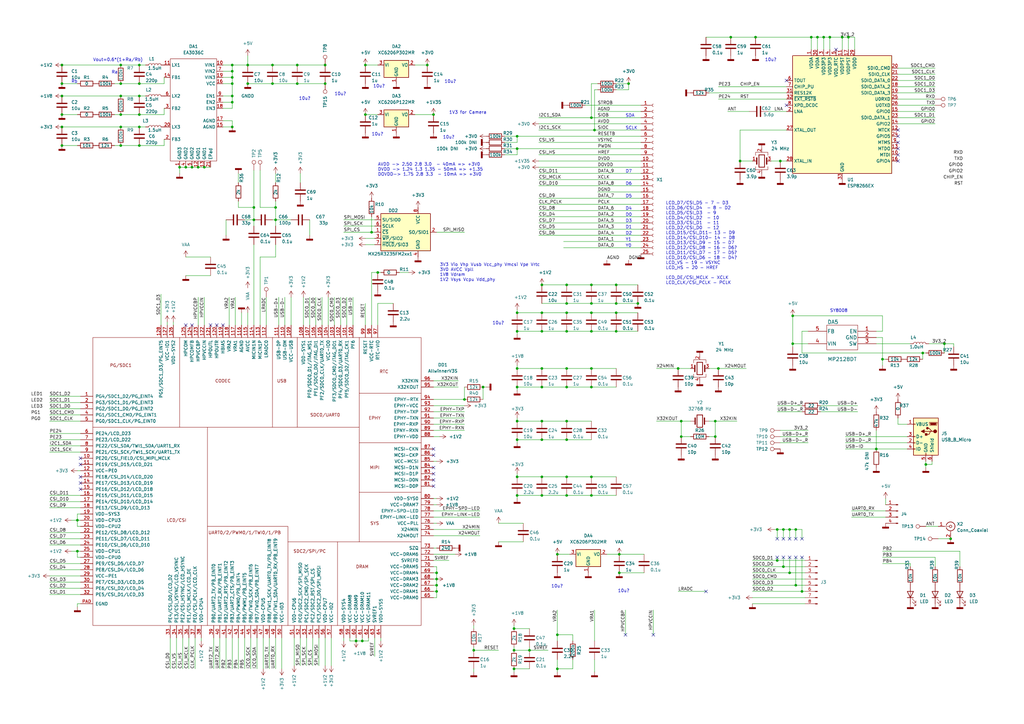
<source format=kicad_sch>
(kicad_sch (version 20230121) (generator eeschema)
  (paper "A3")
  (junction (at 179.07 234.95))
  (junction (at 252.73 124.46))
  (junction (at 232.41 172.72))
  (junction (at 293.37 172.72))
  (junction (at 340.36 15.24))
  (junction (at 242.57 48.26))
  (junction (at 121.92 26.67))
  (junction (at 318.77 229.87))
  (junction (at 212.09 128.27))
  (junction (at 242.57 135.89))
  (junction (at 175.26 26.67))
  (junction (at 222.25 180.34))
  (junction (at 121.92 34.29))
  (junction (at 148.59 262.89))
  (junction (at 279.4 172.72))
  (junction (at 359.41 184.15))
  (junction (at 228.6 260.35))
  (junction (at 212.09 55.88))
  (junction (at 212.09 158.75))
  (junction (at 318.77 217.17))
  (junction (at 232.41 124.46))
  (junction (at 113.03 90.17))
  (junction (at 25.4 59.69))
  (junction (at 242.57 128.27))
  (junction (at 242.57 203.2))
  (junction (at 25.4 39.37))
  (junction (at 146.05 262.89))
  (junction (at 254 234.95))
  (junction (at 299.72 15.24))
  (junction (at 190.5 163.83))
  (junction (at 217.17 266.7))
  (junction (at 149.86 46.99))
  (junction (at 379.73 190.5))
  (junction (at 232.41 203.2))
  (junction (at 25.4 26.67))
  (junction (at 111.76 34.29))
  (junction (at 232.41 135.89))
  (junction (at 242.57 195.58))
  (junction (at 321.31 232.41))
  (junction (at 49.53 39.37))
  (junction (at 303.53 66.04))
  (junction (at 49.53 34.29))
  (junction (at 149.86 26.67))
  (junction (at 387.35 140.97))
  (junction (at 95.25 29.21))
  (junction (at 210.82 257.81))
  (junction (at 252.73 128.27))
  (junction (at 261.62 124.46))
  (junction (at 49.53 52.07))
  (junction (at 57.15 26.67))
  (junction (at 252.73 135.89))
  (junction (at 73.66 68.58))
  (junction (at 57.15 34.29))
  (junction (at 177.8 46.99))
  (junction (at 101.6 34.29))
  (junction (at 95.25 31.75))
  (junction (at 198.12 158.75))
  (junction (at 232.41 180.34))
  (junction (at 101.6 26.67))
  (junction (at 326.39 217.17))
  (junction (at 222.25 116.84))
  (junction (at 194.31 266.7))
  (junction (at 57.15 59.69))
  (junction (at 25.4 52.07))
  (junction (at 326.39 240.03))
  (junction (at 232.41 116.84))
  (junction (at 232.41 151.13))
  (junction (at 325.12 129.54))
  (junction (at 232.41 128.27))
  (junction (at 222.25 135.89))
  (junction (at 111.76 26.67))
  (junction (at 76.2 68.58))
  (junction (at 212.09 135.89))
  (junction (at 257.81 34.29))
  (junction (at 337.82 15.24))
  (junction (at 152.4 95.25))
  (junction (at 154.94 111.76))
  (junction (at 345.44 15.24))
  (junction (at 242.57 151.13))
  (junction (at 179.07 242.57))
  (junction (at 78.74 68.58))
  (junction (at 210.82 274.32))
  (junction (at 25.4 46.99))
  (junction (at 228.6 227.33))
  (junction (at 320.04 66.04))
  (junction (at 361.95 147.32))
  (junction (at 325.12 140.97))
  (junction (at 113.03 85.09))
  (junction (at 81.28 68.58))
  (junction (at 57.15 46.99))
  (junction (at 222.25 195.58))
  (junction (at 335.28 15.24))
  (junction (at 212.09 151.13))
  (junction (at 212.09 203.2))
  (junction (at 95.25 41.91))
  (junction (at 294.64 151.13))
  (junction (at 252.73 116.84))
  (junction (at 104.14 85.09))
  (junction (at 179.07 237.49))
  (junction (at 321.31 217.17))
  (junction (at 278.13 151.13))
  (junction (at 323.85 217.17))
  (junction (at 104.14 90.17))
  (junction (at 133.35 26.67))
  (junction (at 309.88 15.24))
  (junction (at 49.53 26.67))
  (junction (at 49.53 59.69))
  (junction (at 293.37 179.07))
  (junction (at 228.6 274.32))
  (junction (at 378.46 144.78))
  (junction (at 242.57 116.84))
  (junction (at 31.75 213.36))
  (junction (at 279.4 179.07))
  (junction (at 212.09 180.34))
  (junction (at 242.57 158.75))
  (junction (at 347.98 15.24))
  (junction (at 25.4 34.29))
  (junction (at 328.93 242.57))
  (junction (at 57.15 52.07))
  (junction (at 49.53 46.99))
  (junction (at 83.82 68.58))
  (junction (at 254 227.33))
  (junction (at 222.25 172.72))
  (junction (at 323.85 234.95))
  (junction (at 389.89 220.98))
  (junction (at 212.09 60.96))
  (junction (at 232.41 158.75))
  (junction (at 332.74 15.24))
  (junction (at 95.25 34.29))
  (junction (at 95.25 39.37))
  (junction (at 210.82 266.7))
  (junction (at 133.35 34.29))
  (junction (at 31.75 226.06))
  (junction (at 95.25 52.07))
  (junction (at 95.25 26.67))
  (junction (at 222.25 158.75))
  (junction (at 179.07 240.03))
  (junction (at 57.15 39.37))
  (junction (at 242.57 124.46))
  (junction (at 222.25 128.27))
  (junction (at 243.84 53.34))
  (junction (at 212.09 172.72))
  (junction (at 222.25 151.13))
  (junction (at 212.09 195.58))
  (junction (at 222.25 203.2))
  (junction (at 232.41 195.58))
  (no_connect (at 177.8 184.15))
  (no_connect (at 318.77 220.98))
  (no_connect (at 33.02 198.12))
  (no_connect (at 267.97 260.35))
  (no_connect (at 328.93 228.6))
  (no_connect (at 256.54 260.35))
  (no_connect (at 177.8 191.77))
  (no_connect (at 321.31 220.98))
  (no_connect (at 368.3 58.42))
  (no_connect (at 318.77 228.6))
  (no_connect (at 177.8 186.69))
  (no_connect (at 368.3 63.5))
  (no_connect (at 33.02 187.96))
  (no_connect (at 326.39 220.98))
  (no_connect (at 177.8 194.31))
  (no_connect (at 289.56 242.57))
  (no_connect (at 321.31 228.6))
  (no_connect (at 328.93 220.98))
  (no_connect (at 33.02 190.5))
  (no_connect (at 33.02 195.58))
  (no_connect (at 323.85 220.98))
  (no_connect (at 368.3 66.04))
  (no_connect (at 322.58 43.18))
  (no_connect (at 322.58 33.02))
  (no_connect (at 323.85 228.6))
  (no_connect (at 326.39 228.6))
  (no_connect (at 33.02 200.66))
  (no_connect (at 76.2 133.35))
  (no_connect (at 91.44 133.35))
  (no_connect (at 88.9 133.35))
  (no_connect (at 86.36 133.35))
  (no_connect (at 78.74 133.35))
  (no_connect (at 177.8 199.39))
  (no_connect (at 342.9 20.32))
  (no_connect (at 368.3 53.34))
  (no_connect (at 368.3 55.88))
  (no_connect (at 177.8 196.85))
  (no_connect (at 368.3 60.96))
  (wire (pts (xy 212.09 203.2) (xy 222.25 203.2)))
  (wire (pts (xy 232.41 151.13) (xy 242.57 151.13)))
  (wire (pts (xy 368.3 171.45) (xy 368.3 173.99)))
  (wire (pts (xy 167.64 111.76) (xy 163.83 111.76)))
  (wire (pts (xy 345.44 15.24) (xy 345.44 20.32)))
  (wire (pts (xy 379.73 191.77) (xy 379.73 190.5)))
  (wire (pts (xy 252.73 128.27) (xy 261.62 128.27)))
  (wire (pts (xy 252.73 135.89) (xy 261.62 135.89)))
  (wire (pts (xy 232.41 135.89) (xy 242.57 135.89)))
  (wire (pts (xy 29.21 226.06) (xy 31.75 226.06)))
  (wire (pts (xy 378.46 144.78) (xy 328.93 144.78)))
  (wire (pts (xy 228.6 260.35) (xy 234.95 260.35)))
  (wire (pts (xy 318.77 166.37) (xy 328.93 166.37)))
  (wire (pts (xy 49.53 52.07) (xy 57.15 52.07)))
  (wire (pts (xy 177.8 227.33) (xy 186.69 227.33)))
  (wire (pts (xy 92.71 90.17) (xy 92.71 96.52)))
  (wire (pts (xy 289.56 242.57) (xy 278.13 242.57)))
  (wire (pts (xy 308.61 240.03) (xy 326.39 240.03)))
  (wire (pts (xy 379.73 190.5) (xy 379.73 189.23)))
  (wire (pts (xy 146.05 261.62) (xy 146.05 262.89)))
  (wire (pts (xy 220.98 58.42) (xy 262.89 58.42)))
  (wire (pts (xy 91.44 52.07) (xy 95.25 52.07)))
  (wire (pts (xy 308.61 245.11) (xy 330.2 245.11)))
  (wire (pts (xy 220.98 48.26) (xy 242.57 48.26)))
  (wire (pts (xy 383.54 228.6) (xy 383.54 232.41)))
  (wire (pts (xy 69.85 274.32) (xy 69.85 261.62)))
  (wire (pts (xy 212.09 194.31) (xy 212.09 195.58)))
  (wire (pts (xy 111.76 90.17) (xy 113.03 90.17)))
  (wire (pts (xy 128.27 273.05) (xy 128.27 261.62)))
  (wire (pts (xy 332.74 20.32) (xy 332.74 15.24)))
  (wire (pts (xy 222.25 195.58) (xy 232.41 195.58)))
  (wire (pts (xy 66.04 120.65) (xy 66.04 133.35)))
  (wire (pts (xy 243.84 36.83) (xy 243.84 53.34)))
  (wire (pts (xy 379.73 144.78) (xy 378.46 144.78)))
  (wire (pts (xy 294.64 151.13) (xy 306.07 151.13)))
  (wire (pts (xy 204.47 222.25) (xy 214.63 222.25)))
  (wire (pts (xy 278.13 151.13) (xy 283.21 151.13)))
  (wire (pts (xy 101.6 22.86) (xy 101.6 26.67)))
  (wire (pts (xy 212.09 151.13) (xy 222.25 151.13)))
  (wire (pts (xy 242.57 195.58) (xy 252.73 195.58)))
  (wire (pts (xy 368.3 38.1) (xy 383.54 38.1)))
  (wire (pts (xy 212.09 55.88) (xy 212.09 58.42)))
  (wire (pts (xy 33.02 226.06) (xy 31.75 226.06)))
  (wire (pts (xy 196.85 219.71) (xy 177.8 219.71)))
  (wire (pts (xy 361.95 138.43) (xy 361.95 147.32)))
  (wire (pts (xy 359.41 140.97) (xy 373.38 140.97)))
  (wire (pts (xy 212.09 60.96) (xy 262.89 60.96)))
  (wire (pts (xy 220.98 68.58) (xy 262.89 68.58)))
  (wire (pts (xy 81.28 121.92) (xy 81.28 133.35)))
  (wire (pts (xy 290.83 172.72) (xy 293.37 172.72)))
  (wire (pts (xy 153.67 261.62) (xy 153.67 269.24)))
  (wire (pts (xy 242.57 158.75) (xy 252.73 158.75)))
  (wire (pts (xy 242.57 151.13) (xy 252.73 151.13)))
  (wire (pts (xy 20.32 243.84) (xy 33.02 243.84)))
  (wire (pts (xy 290.83 179.07) (xy 293.37 179.07)))
  (wire (pts (xy 254 227.33) (xy 264.16 227.33)))
  (wire (pts (xy 170.18 26.67) (xy 175.26 26.67)))
  (wire (pts (xy 222.25 124.46) (xy 232.41 124.46)))
  (wire (pts (xy 346.71 184.15) (xy 359.41 184.15)))
  (wire (pts (xy 151.13 262.89) (xy 148.59 262.89)))
  (wire (pts (xy 387.35 140.97) (xy 391.16 140.97)))
  (wire (pts (xy 106.68 69.85) (xy 106.68 85.09)))
  (wire (pts (xy 91.44 41.91) (xy 95.25 41.91)))
  (wire (pts (xy 308.61 237.49) (xy 330.2 237.49)))
  (wire (pts (xy 212.09 181.61) (xy 212.09 180.34)))
  (wire (pts (xy 90.17 274.32) (xy 90.17 261.62)))
  (wire (pts (xy 222.25 151.13) (xy 232.41 151.13)))
  (wire (pts (xy 187.96 158.75) (xy 177.8 158.75)))
  (wire (pts (xy 318.77 168.91) (xy 328.93 168.91)))
  (wire (pts (xy 212.09 63.5) (xy 212.09 60.96)))
  (wire (pts (xy 121.92 26.67) (xy 133.35 26.67)))
  (wire (pts (xy 220.98 63.5) (xy 262.89 63.5)))
  (wire (pts (xy 220.98 71.12) (xy 262.89 71.12)))
  (wire (pts (xy 220.98 73.66) (xy 262.89 73.66)))
  (wire (pts (xy 83.82 121.92) (xy 83.82 133.35)))
  (wire (pts (xy 33.02 213.36) (xy 31.75 213.36)))
  (wire (pts (xy 190.5 168.91) (xy 177.8 168.91)))
  (wire (pts (xy 154.94 124.46) (xy 161.29 124.46)))
  (wire (pts (xy 308.61 247.65) (xy 330.2 247.65)))
  (wire (pts (xy 49.53 59.69) (xy 57.15 59.69)))
  (wire (pts (xy 140.97 90.17) (xy 153.67 90.17)))
  (wire (pts (xy 222.25 172.72) (xy 232.41 172.72)))
  (wire (pts (xy 196.85 212.09) (xy 177.8 212.09)))
  (wire (pts (xy 302.26 172.72) (xy 293.37 172.72)))
  (wire (pts (xy 20.32 203.2) (xy 33.02 203.2)))
  (wire (pts (xy 177.8 179.07) (xy 180.34 179.07)))
  (wire (pts (xy 91.44 44.45) (xy 95.25 44.45)))
  (wire (pts (xy 91.44 34.29) (xy 95.25 34.29)))
  (wire (pts (xy 149.86 100.33) (xy 153.67 100.33)))
  (wire (pts (xy 318.77 228.6) (xy 318.77 229.87)))
  (wire (pts (xy 378.46 144.78) (xy 378.46 147.32)))
  (wire (pts (xy 220.98 83.82) (xy 262.89 83.82)))
  (wire (pts (xy 127 90.17) (xy 127 96.52)))
  (wire (pts (xy 326.39 240.03) (xy 330.2 240.03)))
  (wire (pts (xy 252.73 116.84) (xy 261.62 116.84)))
  (wire (pts (xy 177.8 163.83) (xy 190.5 163.83)))
  (wire (pts (xy 210.82 274.32) (xy 210.82 275.59)))
  (wire (pts (xy 207.01 58.42) (xy 212.09 58.42)))
  (wire (pts (xy 382.27 190.5) (xy 379.73 190.5)))
  (wire (pts (xy 361.95 135.89) (xy 359.41 135.89)))
  (wire (pts (xy 212.09 55.88) (xy 262.89 55.88)))
  (wire (pts (xy 303.53 53.34) (xy 322.58 53.34)))
  (wire (pts (xy 95.25 41.91) (xy 95.25 39.37)))
  (wire (pts (xy 252.73 124.46) (xy 261.62 124.46)))
  (wire (pts (xy 177.8 237.49) (xy 179.07 237.49)))
  (wire (pts (xy 179.07 245.11) (xy 179.07 242.57)))
  (wire (pts (xy 104.14 69.85) (xy 104.14 85.09)))
  (wire (pts (xy 308.61 242.57) (xy 328.93 242.57)))
  (wire (pts (xy 279.4 172.72) (xy 279.4 179.07)))
  (wire (pts (xy 252.73 34.29) (xy 257.81 34.29)))
  (wire (pts (xy 379.73 215.9) (xy 384.81 215.9)))
  (wire (pts (xy 140.97 261.62) (xy 140.97 262.89)))
  (wire (pts (xy 283.21 179.07) (xy 279.4 179.07)))
  (wire (pts (xy 318.77 229.87) (xy 330.2 229.87)))
  (wire (pts (xy 68.58 133.35) (xy 68.58 132.08)))
  (wire (pts (xy 101.6 128.27) (xy 101.6 133.35)))
  (wire (pts (xy 78.74 68.58) (xy 81.28 68.58)))
  (wire (pts (xy 345.44 15.24) (xy 347.98 15.24)))
  (wire (pts (xy 20.32 177.8) (xy 33.02 177.8)))
  (wire (pts (xy 20.32 162.56) (xy 33.02 162.56)))
  (wire (pts (xy 245.11 34.29) (xy 242.57 34.29)))
  (wire (pts (xy 31.75 215.9) (xy 31.75 213.36)))
  (wire (pts (xy 217.17 265.43) (xy 217.17 266.7)))
  (wire (pts (xy 119.38 121.92) (xy 119.38 133.35)))
  (wire (pts (xy 381 140.97) (xy 387.35 140.97)))
  (wire (pts (xy 194.31 266.7) (xy 204.47 266.7)))
  (wire (pts (xy 363.22 204.47) (xy 363.22 207.01)))
  (wire (pts (xy 127 121.92) (xy 127 133.35)))
  (wire (pts (xy 177.8 242.57) (xy 179.07 242.57)))
  (wire (pts (xy 389.89 220.98) (xy 384.81 220.98)))
  (wire (pts (xy 134.62 121.92) (xy 134.62 133.35)))
  (wire (pts (xy 220.98 81.28) (xy 262.89 81.28)))
  (wire (pts (xy 361.95 231.14) (xy 373.38 231.14)))
  (wire (pts (xy 217.17 266.7) (xy 224.79 266.7)))
  (wire (pts (xy 179.07 242.57) (xy 179.07 240.03)))
  (wire (pts (xy 325.12 140.97) (xy 325.12 142.24)))
  (wire (pts (xy 234.95 260.35) (xy 234.95 262.89)))
  (wire (pts (xy 257.81 36.83) (xy 257.81 34.29)))
  (wire (pts (xy 123.19 273.05) (xy 123.19 261.62)))
  (wire (pts (xy 361.95 147.32) (xy 361.95 149.86)))
  (wire (pts (xy 25.4 46.99) (xy 31.75 46.99)))
  (wire (pts (xy 87.63 274.32) (xy 87.63 261.62)))
  (wire (pts (xy 242.57 203.2) (xy 252.73 203.2)))
  (wire (pts (xy 49.53 26.67) (xy 57.15 26.67)))
  (wire (pts (xy 177.8 229.87) (xy 184.15 229.87)))
  (wire (pts (xy 368.3 45.72) (xy 383.54 45.72)))
  (wire (pts (xy 326.39 217.17) (xy 323.85 217.17)))
  (wire (pts (xy 321.31 217.17) (xy 318.77 217.17)))
  (wire (pts (xy 220.98 96.52) (xy 262.89 96.52)))
  (wire (pts (xy 177.8 234.95) (xy 179.07 234.95)))
  (wire (pts (xy 20.32 165.1) (xy 33.02 165.1)))
  (wire (pts (xy 97.79 274.32) (xy 97.79 261.62)))
  (wire (pts (xy 91.44 26.67) (xy 95.25 26.67)))
  (wire (pts (xy 46.99 46.99) (xy 49.53 46.99)))
  (wire (pts (xy 20.32 231.14) (xy 33.02 231.14)))
  (wire (pts (xy 187.96 156.21) (xy 177.8 156.21)))
  (wire (pts (xy 303.53 66.04) (xy 308.61 66.04)))
  (wire (pts (xy 83.82 68.58) (xy 86.36 68.58)))
  (wire (pts (xy 99.06 128.27) (xy 99.06 133.35)))
  (wire (pts (xy 321.31 228.6) (xy 321.31 232.41)))
  (wire (pts (xy 154.94 111.76) (xy 152.4 111.76)))
  (wire (pts (xy 33.02 228.6) (xy 31.75 228.6)))
  (wire (pts (xy 76.2 113.03) (xy 86.36 113.03)))
  (wire (pts (xy 137.16 121.92) (xy 137.16 133.35)))
  (wire (pts (xy 321.31 232.41) (xy 330.2 232.41)))
  (wire (pts (xy 177.8 245.11) (xy 179.07 245.11)))
  (wire (pts (xy 106.68 105.41) (xy 113.03 105.41)))
  (wire (pts (xy 25.4 34.29) (xy 31.75 34.29)))
  (wire (pts (xy 220.98 50.8) (xy 262.89 50.8)))
  (wire (pts (xy 177.8 232.41) (xy 179.07 232.41)))
  (wire (pts (xy 20.32 180.34) (xy 33.02 180.34)))
  (wire (pts (xy 316.23 66.04) (xy 320.04 66.04)))
  (wire (pts (xy 139.7 121.92) (xy 139.7 133.35)))
  (wire (pts (xy 109.22 121.92) (xy 109.22 133.35)))
  (wire (pts (xy 179.07 237.49) (xy 179.07 240.03)))
  (wire (pts (xy 149.86 46.99) (xy 154.94 46.99)))
  (wire (pts (xy 20.32 182.88) (xy 33.02 182.88)))
  (wire (pts (xy 104.14 90.17) (xy 104.14 92.71)))
  (wire (pts (xy 283.21 172.72) (xy 279.4 172.72)))
  (wire (pts (xy 212.09 127) (xy 212.09 128.27)))
  (wire (pts (xy 308.61 234.95) (xy 323.85 234.95)))
  (wire (pts (xy 20.32 185.42) (xy 33.02 185.42)))
  (wire (pts (xy 179.07 224.79) (xy 177.8 224.79)))
  (wire (pts (xy 212.09 158.75) (xy 222.25 158.75)))
  (wire (pts (xy 245.11 45.72) (xy 262.89 45.72)))
  (wire (pts (xy 340.36 15.24) (xy 345.44 15.24)))
  (wire (pts (xy 220.98 91.44) (xy 262.89 91.44)))
  (wire (pts (xy 177.8 166.37) (xy 190.5 166.37)))
  (wire (pts (xy 91.44 29.21) (xy 95.25 29.21)))
  (wire (pts (xy 368.3 48.26) (xy 383.54 48.26)))
  (wire (pts (xy 31.75 210.82) (xy 31.75 213.36)))
  (wire (pts (xy 33.02 247.65) (xy 31.75 247.65)))
  (wire (pts (xy 190.5 158.75) (xy 190.5 163.83)))
  (wire (pts (xy 97.79 85.09) (xy 97.79 82.55)))
  (wire (pts (xy 349.25 212.09) (xy 363.22 212.09)))
  (wire (pts (xy 111.76 26.67) (xy 121.92 26.67)))
  (wire (pts (xy 243.84 250.19) (xy 243.84 262.89)))
  (wire (pts (xy 368.3 27.94) (xy 383.54 27.94)))
  (wire (pts (xy 95.25 31.75) (xy 95.25 29.21)))
  (wire (pts (xy 318.77 220.98) (xy 318.77 217.17)))
  (wire (pts (xy 382.27 189.23) (xy 382.27 190.5)))
  (wire (pts (xy 20.32 238.76) (xy 33.02 238.76)))
  (wire (pts (xy 212.09 135.89) (xy 212.09 137.16)))
  (wire (pts (xy 335.28 20.32) (xy 335.28 15.24)))
  (wire (pts (xy 335.28 15.24) (xy 337.82 15.24)))
  (wire (pts (xy 328.93 242.57) (xy 330.2 242.57)))
  (wire (pts (xy 33.02 167.64) (xy 20.32 167.64)))
  (wire (pts (xy 222.25 128.27) (xy 232.41 128.27)))
  (wire (pts (xy 222.25 158.75) (xy 232.41 158.75)))
  (wire (pts (xy 210.82 257.81) (xy 217.17 257.81)))
  (wire (pts (xy 303.53 66.04) (xy 303.53 53.34)))
  (wire (pts (xy 347.98 15.24) (xy 347.98 20.32)))
  (wire (pts (xy 76.2 105.41) (xy 86.36 105.41)))
  (wire (pts (xy 91.44 39.37) (xy 95.25 39.37)))
  (wire (pts (xy 148.59 262.89) (xy 146.05 262.89)))
  (wire (pts (xy 212.09 180.34) (xy 222.25 180.34)))
  (wire (pts (xy 228.6 227.33) (xy 233.68 227.33)))
  (wire (pts (xy 179.07 207.01) (xy 177.8 207.01)))
  (wire (pts (xy 152.4 88.9) (xy 152.4 95.25)))
  (wire (pts (xy 326.39 228.6) (xy 326.39 240.03)))
  (wire (pts (xy 115.57 261.62) (xy 115.57 274.32)))
  (wire (pts (xy 95.25 29.21) (xy 95.25 26.67)))
  (wire (pts (xy 111.76 34.29) (xy 121.92 34.29)))
  (wire (pts (xy 337.82 15.24) (xy 340.36 15.24)))
  (wire (pts (xy 328.93 228.6) (xy 328.93 242.57)))
  (wire (pts (xy 152.4 95.25) (xy 153.67 95.25)))
  (wire (pts (xy 177.8 189.23) (xy 179.07 189.23)))
  (wire (pts (xy 97.79 85.09) (xy 104.14 85.09)))
  (wire (pts (xy 336.55 166.37) (xy 351.79 166.37)))
  (wire (pts (xy 328.93 217.17) (xy 326.39 217.17)))
  (wire (pts (xy 146.05 262.89) (xy 143.51 262.89)))
  (wire (pts (xy 49.53 34.29) (xy 57.15 34.29)))
  (wire (pts (xy 33.02 210.82) (xy 31.75 210.82)))
  (wire (pts (xy 320.04 176.53) (xy 331.47 176.53)))
  (wire (pts (xy 110.49 274.32) (xy 110.49 261.62)))
  (wire (pts (xy 368.3 40.64) (xy 383.54 40.64)))
  (wire (pts (xy 393.7 226.06) (xy 393.7 232.41)))
  (wire (pts (xy 232.41 128.27) (xy 242.57 128.27)))
  (wire (pts (xy 228.6 260.35) (xy 228.6 262.89)))
  (wire (pts (xy 361.95 228.6) (xy 383.54 228.6)))
  (wire (pts (xy 210.82 265.43) (xy 210.82 266.7)))
  (wire (pts (xy 212.09 128.27) (xy 222.25 128.27)))
  (wire (pts (xy 95.25 44.45) (xy 95.25 41.91)))
  (wire (pts (xy 350.52 15.24) (xy 350.52 20.32)))
  (wire (pts (xy 149.86 97.79) (xy 153.67 97.79)))
  (wire (pts (xy 96.52 121.92) (xy 96.52 133.35)))
  (wire (pts (xy 82.55 261.62) (xy 82.55 262.89)))
  (wire (pts (xy 95.25 26.67) (xy 101.6 26.67)))
  (wire (pts (xy 387.35 140.97) (xy 387.35 144.78)))
  (wire (pts (xy 33.02 170.18) (xy 20.32 170.18)))
  (wire (pts (xy 314.96 45.72) (xy 322.58 45.72)))
  (wire (pts (xy 57.15 26.67) (xy 59.69 26.67)))
  (wire (pts (xy 212.09 149.86) (xy 212.09 151.13)))
  (wire (pts (xy 149.86 124.46) (xy 149.86 133.35)))
  (wire (pts (xy 337.82 15.24) (xy 337.82 20.32)))
  (wire (pts (xy 124.46 133.35) (xy 124.46 121.92)))
  (wire (pts (xy 67.31 44.45) (xy 67.31 46.99)))
  (wire (pts (xy 179.07 234.95) (xy 179.07 237.49)))
  (wire (pts (xy 368.3 173.99) (xy 372.11 173.99)))
  (wire (pts (xy 113.03 71.12) (xy 113.03 74.93)))
  (wire (pts (xy 140.97 92.71) (xy 153.67 92.71)))
  (wire (pts (xy 232.41 116.84) (xy 242.57 116.84)))
  (wire (pts (xy 212.09 172.72) (xy 222.25 172.72)))
  (wire (pts (xy 234.95 270.51) (xy 234.95 274.32)))
  (wire (pts (xy 156.21 261.62) (xy 156.21 262.89)))
  (wire (pts (xy 323.85 217.17) (xy 321.31 217.17)))
  (wire (pts (xy 232.41 203.2) (xy 242.57 203.2)))
  (wire (pts (xy 194.31 274.32) (xy 194.31 275.59)))
  (wire (pts (xy 135.89 261.62) (xy 135.89 273.05)))
  (wire (pts (xy 248.92 227.33) (xy 254 227.33)))
  (wire (pts (xy 328.93 135.89) (xy 331.47 135.89)))
  (wire (pts (xy 57.15 59.69) (xy 67.31 59.69)))
  (wire (pts (xy 254 234.95) (xy 264.16 234.95)))
  (wire (pts (xy 151.13 261.62) (xy 151.13 262.89)))
  (wire (pts (xy 71.12 132.08) (xy 71.12 133.35)))
  (wire (pts (xy 242.57 135.89) (xy 252.73 135.89)))
  (wire (pts (xy 359.41 138.43) (xy 361.95 138.43)))
  (wire (pts (xy 101.6 34.29) (xy 111.76 34.29)))
  (wire (pts (xy 269.24 172.72) (xy 279.4 172.72)))
  (wire (pts (xy 20.32 218.44) (xy 33.02 218.44)))
  (wire (pts (xy 242.57 48.26) (xy 262.89 48.26)))
  (wire (pts (xy 368.3 35.56) (xy 383.54 35.56)))
  (wire (pts (xy 74.93 274.32) (xy 74.93 261.62)))
  (wire (pts (xy 373.38 231.14) (xy 373.38 232.41)))
  (wire (pts (xy 212.09 135.89) (xy 222.25 135.89)))
  (wire (pts (xy 220.98 53.34) (xy 243.84 53.34)))
  (wire (pts (xy 222.25 135.89) (xy 232.41 135.89)))
  (wire (pts (xy 232.41 124.46) (xy 242.57 124.46)))
  (wire (pts (xy 347.98 15.24) (xy 350.52 15.24)))
  (wire (pts (xy 243.84 53.34) (xy 262.89 53.34)))
  (wire (pts (xy 323.85 220.98) (xy 323.85 217.17)))
  (wire (pts (xy 29.21 213.36) (xy 31.75 213.36)))
  (wire (pts (xy 361.95 147.32) (xy 363.22 147.32)))
  (wire (pts (xy 290.83 38.1) (xy 322.58 38.1)))
  (wire (pts (xy 242.57 34.29) (xy 242.57 48.26)))
  (wire (pts (xy 144.78 121.92) (xy 144.78 133.35)))
  (wire (pts (xy 212.09 203.2) (xy 212.09 204.47)))
  (wire (pts (xy 299.72 15.24) (xy 309.88 15.24)))
  (wire (pts (xy 245.11 78.74) (xy 262.89 78.74)))
  (wire (pts (xy 130.81 273.05) (xy 130.81 261.62)))
  (wire (pts (xy 220.98 76.2) (xy 262.89 76.2)))
  (wire (pts (xy 170.18 46.99) (xy 177.8 46.99)))
  (wire (pts (xy 95.25 49.53) (xy 95.25 52.07)))
  (wire (pts (xy 217.17 274.32) (xy 210.82 274.32)))
  (wire (pts (xy 212.09 195.58) (xy 222.25 195.58)))
  (wire (pts (xy 242.57 116.84) (xy 252.73 116.84)))
  (wire (pts (xy 93.98 121.92) (xy 93.98 133.35)))
  (wire (pts (xy 104.14 85.09) (xy 104.14 90.17)))
  (wire (pts (xy 321.31 220.98) (xy 321.31 217.17)))
  (wire (pts (xy 240.03 43.18) (xy 262.89 43.18)))
  (wire (pts (xy 242.57 124.46) (xy 252.73 124.46)))
  (wire (pts (xy 140.97 95.25) (xy 152.4 95.25)))
  (wire (pts (xy 49.53 39.37) (xy 57.15 39.37)))
  (wire (pts (xy 368.3 33.02) (xy 383.54 33.02)))
  (wire (pts (xy 154.94 133.35) (xy 154.94 124.46)))
  (wire (pts (xy 340.36 15.24) (xy 340.36 20.32)))
  (wire (pts (xy 104.14 100.33) (xy 104.14 133.35)))
  (wire (pts (xy 129.54 121.92) (xy 129.54 133.35)))
  (wire (pts (xy 76.2 68.58) (xy 78.74 68.58)))
  (wire (pts (xy 331.47 140.97) (xy 325.12 140.97)))
  (wire (pts (xy 222.25 116.84) (xy 232.41 116.84)))
  (wire (pts (xy 116.84 121.92) (xy 116.84 133.35)))
  (wire (pts (xy 121.92 34.29) (xy 133.35 34.29)))
  (wire (pts (xy 179.07 232.41) (xy 179.07 234.95)))
  (wire (pts (xy 20.32 223.52) (xy 33.02 223.52)))
  (wire (pts (xy 114.3 121.92) (xy 114.3 133.35)))
  (wire (pts (xy 222.25 203.2) (xy 232.41 203.2)))
  (wire (pts (xy 220.98 93.98) (xy 262.89 93.98)))
  (wire (pts (xy 156.21 111.76) (xy 154.94 111.76)))
  (wire (pts (xy 222.25 180.34) (xy 232.41 180.34)))
  (wire (pts (xy 245.11 36.83) (xy 243.84 36.83)))
  (wire (pts (xy 31.75 226.06) (xy 31.75 228.6)))
  (wire (pts (xy 231.14 101.6) (xy 262.89 101.6)))
  (wire (pts (xy 346.71 181.61) (xy 372.11 181.61)))
  (wire (pts (xy 368.3 43.18) (xy 383.54 43.18)))
  (wire (pts (xy 179.07 214.63) (xy 177.8 214.63)))
  (wire (pts (xy 320.04 181.61) (xy 331.47 181.61)))
  (wire (pts (xy 92.71 274.32) (xy 92.71 261.62)))
  (wire (pts (xy 149.86 26.67) (xy 154.94 26.67)))
  (wire (pts (xy 228.6 274.32) (xy 228.6 275.59)))
  (wire (pts (xy 325.12 129.54) (xy 361.95 129.54)))
  (wire (pts (xy 199.39 158.75) (xy 198.12 158.75)))
  (wire (pts (xy 20.32 233.68) (xy 33.02 233.68)))
  (wire (pts (xy 25.4 59.69) (xy 31.75 59.69)))
  (wire (pts (xy 101.6 26.67) (xy 111.76 26.67)))
  (wire (pts (xy 20.32 241.3) (xy 33.02 241.3)))
  (wire (pts (xy 97.79 71.12) (xy 97.79 74.93)))
  (wire (pts (xy 289.56 15.24) (xy 299.72 15.24)))
  (wire (pts (xy 132.08 121.92) (xy 132.08 133.35)))
  (wire (pts (xy 252.73 36.83) (xy 257.81 36.83)))
  (wire (pts (xy 232.41 158.75) (xy 242.57 158.75)))
  (wire (pts (xy 190.5 176.53) (xy 177.8 176.53)))
  (wire (pts (xy 80.01 261.62) (xy 80.01 274.32)))
  (wire (pts (xy 143.51 261.62) (xy 143.51 262.89)))
  (wire (pts (xy 228.6 270.51) (xy 228.6 274.32)))
  (wire (pts (xy 113.03 85.09) (xy 106.68 85.09)))
  (wire (pts (xy 95.25 34.29) (xy 95.25 31.75)))
  (wire (pts (xy 207.01 63.5) (xy 212.09 63.5)))
  (wire (pts (xy 290.83 151.13) (xy 294.64 151.13)))
  (wire (pts (xy 328.93 220.98) (xy 328.93 217.17)))
  (wire (pts (xy 20.32 208.28) (xy 33.02 208.28)))
  (wire (pts (xy 106.68 133.35) (xy 106.68 105.41)))
  (wire (pts (xy 212.09 171.45) (xy 212.09 172.72)))
  (wire (pts (xy 243.84 270.51) (xy 243.84 275.59)))
  (wire (pts (xy 194.31 256.54) (xy 194.31 257.81)))
  (wire (pts (xy 194.31 265.43) (xy 194.31 266.7)))
  (wire (pts (xy 133.35 261.62) (xy 133.35 273.05)))
  (wire (pts (xy 368.3 50.8) (xy 383.54 50.8)))
  (wire (pts (xy 298.45 45.72) (xy 307.34 45.72)))
  (wire (pts (xy 57.15 39.37) (xy 59.69 39.37)))
  (wire (pts (xy 232.41 180.34) (xy 242.57 180.34)))
  (wire (pts (xy 228.6 250.19) (xy 228.6 260.35)))
  (wire (pts (xy 325.12 140.97) (xy 325.12 129.54)))
  (wire (pts (xy 220.98 88.9) (xy 262.89 88.9)))
  (wire (pts (xy 67.31 31.75) (xy 67.31 34.29)))
  (wire (pts (xy 91.44 31.75) (xy 95.25 31.75)))
  (wire (pts (xy 33.02 172.72) (xy 20.32 172.72)))
  (wire (pts (xy 113.03 274.32) (xy 113.03 261.62)))
  (wire (pts (xy 177.8 240.03) (xy 179.07 240.03)))
  (wire (pts (xy 190.5 173.99) (xy 177.8 173.99)))
  (wire (pts (xy 190.5 171.45) (xy 177.8 171.45)))
  (wire (pts (xy 33.02 193.04) (xy 31.75 193.04)))
  (wire (pts (xy 318.77 217.17) (xy 317.5 217.17)))
  (wire (pts (xy 113.03 90.17) (xy 119.38 90.17)))
  (wire (pts (xy 46.99 59.69) (xy 49.53 59.69)))
  (wire (pts (xy 361.95 226.06) (xy 393.7 226.06)))
  (wire (pts (xy 113.03 105.41) (xy 113.03 100.33)))
  (wire (pts (xy 20.32 220.98) (xy 33.02 220.98)))
  (wire (pts (xy 267.97 250.19) (xy 267.97 260.35)))
  (wire (pts (xy 25.4 52.07) (xy 49.53 52.07)))
  (wire (pts (xy 323.85 234.95) (xy 330.2 234.95)))
  (wire (pts (xy 113.03 90.17) (xy 113.03 92.71)))
  (wire (pts (xy 73.66 68.58) (xy 76.2 68.58)))
  (wire (pts (xy 91.44 49.53) (xy 95.25 49.53)))
  (wire (pts (xy 46.99 34.29) (xy 49.53 34.29)))
  (wire (pts (xy 77.47 261.62) (xy 77.47 274.32)))
  (wire (pts (xy 232.41 172.72) (xy 242.57 172.72)))
  (wire (pts (xy 294.64 40.64) (xy 322.58 40.64)))
  (wire (pts (xy 328.93 144.78) (xy 328.93 135.89)))
  (wire (pts (xy 152.4 111.76) (xy 152.4 133.35)))
  (wire (pts (xy 100.33 90.17) (xy 104.14 90.17)))
  (wire (pts (xy 207.01 55.88) (xy 212.09 55.88)))
  (wire (pts (xy 210.82 256.54) (xy 210.82 257.81)))
  (wire (pts (xy 33.02 236.22) (xy 20.32 236.22)))
  (wire (pts (xy 113.03 82.55) (xy 113.03 85.09)))
  (wire (pts (xy 308.61 229.87) (xy 318.77 229.87)))
  (wire (pts (xy 31.75 247.65) (xy 31.75 248.92)))
  (wire (pts (xy 231.14 99.06) (xy 262.89 99.06)))
  (wire (pts (xy 323.85 228.6) (xy 323.85 234.95)))
  (wire (pts (xy 105.41 274.32) (xy 105.41 261.62)))
  (wire (pts (xy 100.33 274.32) (xy 100.33 261.62)))
  (wire (pts (xy 207.01 60.96) (xy 212.09 60.96)))
  (wire (pts (xy 308.61 232.41) (xy 321.31 232.41)))
  (wire (pts (xy 102.87 274.32) (xy 102.87 261.62)))
  (wire (pts (xy 107.95 261.62) (xy 107.95 274.32)))
  (wire (pts (xy 346.71 179.07) (xy 372.11 179.07)))
  (wire (pts (xy 332.74 15.24) (xy 335.28 15.24)))
  (wire (pts (xy 25.4 26.67) (xy 49.53 26.67)))
  (wire (pts (xy 123.19 71.12) (xy 123.19 74.93)))
  (wire (pts (xy 242.57 128.27) (xy 252.73 128.27)))
  (wire (pts (xy 57.15 46.99) (xy 67.31 46.99)))
  (wire (pts (xy 391.16 140.97) (xy 391.16 142.24)))
  (wire (pts (xy 25.4 39.37) (xy 49.53 39.37)))
  (wire (pts (xy 359.41 176.53) (xy 359.41 184.15)))
  (wire (pts (xy 179.07 95.25) (xy 190.5 95.25)))
  (wire (pts (xy 72.39 261.62) (xy 72.39 274.32)))
  (wire (pts (xy 73.66 68.58) (xy 73.66 71.12)))
  (wire (pts (xy 326.39 220.98) (xy 326.39 217.17)))
  (wire (pts (xy 125.73 273.05) (xy 125.73 261.62)))
  (wire (pts (xy 212.09 158.75) (xy 212.09 160.02)))
  (wire (pts (xy 234.95 274.32) (xy 228.6 274.32)))
  (wire (pts (xy 67.31 57.15) (xy 67.31 59.69)))
  (wire (pts (xy 49.53 46.99) (xy 57.15 46.99)))
  (wire (pts (xy 142.24 121.92) (xy 142.24 133.35)))
  (wire (pts (xy 113.03 85.09) (xy 113.03 90.17)))
  (wire (pts (xy 198.12 158.75) (xy 198.12 163.83)))
  (wire (pts (xy 179.07 204.47) (xy 177.8 204.47)))
  (wire (pts (xy 33.02 215.9) (xy 31.75 215.9)))
  (wire (pts (xy 196.85 217.17) (xy 177.8 217.17)))
  (wire (pts (xy 148.59 261.62) (xy 148.59 262.89)))
  (wire (pts (xy 320.04 66.04) (xy 322.58 66.04)))
  (wire (pts (xy 120.65 261.62) (xy 120.65 273.05)))
  (wire (pts (xy 220.98 66.04) (xy 262.89 66.04)))
  (wire (pts (xy 349.25 209.55) (xy 363.22 209.55)))
  (wire (pts (xy 294.64 35.56) (xy 322.58 35.56)))
  (wire (pts (xy 368.3 30.48) (xy 383.54 30.48)))
  (wire (pts (xy 359.41 184.15) (xy 372.11 184.15)))
  (wire (pts (xy 204.47 214.63) (xy 214.63 214.63)))
  (wire (pts (xy 336.55 168.91) (xy 351.79 168.91)))
  (wire (pts (xy 293.37 172.72) (xy 293.37 179.07)))
  (wire (pts (xy 95.25 39.37) (xy 95.25 34.29)))
  (wire (pts (xy 309.88 15.24) (xy 332.74 15.24)))
  (wire (pts (xy 57.15 52.07) (xy 59.69 52.07)))
  (wire (pts (xy 256.54 250.19) (xy 256.54 260.35)))
  (wire (pts (xy 20.32 205.74) (xy 33.02 205.74)))
  (wire (pts (xy 57.15 34.29) (xy 67.31 34.29)))
  (wire (pts (xy 95.25 274.32) (xy 95.25 261.62)))
  (wire (pts (xy 220.98 86.36) (xy 262.89 86.36)))
  (wire (pts (xy 196.85 209.55) (xy 177.8 209.55)))
  (wire (pts (xy 361.95 129.54) (xy 361.95 135.89)))
  (wire (pts (xy 81.28 68.58) (xy 83.82 68.58)))
  (wire (pts (xy 232.41 195.58) (xy 242.57 195.58)))
  (wire (pts (xy 320.04 179.07) (xy 331.47 179.07)))
  (wire (pts (xy 210.82 266.7) (xy 217.17 266.7)))
  (wire (pts (xy 269.24 151.13) (xy 278.13 151.13)))
  (text "10u?" (at 122.555 41.275 0) (effects (font (size 1.27 1.27)) (justify left bottom)))
  (text "D1" (at 256.54 93.98 0) (effects (font (size 1.27 1.27)) (justify left bottom)))
  (text "D6" (at 256.54 76.2 0) (effects (font (size 1.27 1.27)) (justify left bottom)))
  (text "D7" (at 256.54 71.12 0) (effects (font (size 1.27 1.27)) (justify left bottom)))
  (text "10u?" (at 226.06 241.3 0) (effects (font (size 1.27 1.27)) (justify left bottom)))
  (text "10u?" (at 253.365 243.205 0) (effects (font (size 1.27 1.27)) (justify left bottom)))
  (text "Y1" (at 256.54 99.06 0) (effects (font (size 1.27 1.27)) (justify left bottom)))
  (text "3V3 Vio Vhp Vusb Vcc_phy Vmcsi Vpe Vrtc\n3V0 AVCC Vpll\n1V8 Vdram\n1V2 Vsys Vcpu Vdd_phy\n" (at 180.34 115.57 0) (effects (font (size 1.27 1.27)) (justify left bottom)))
  (text "SCLK" (at 256.54 53.34 0) (effects (font (size 1.27 1.27)) (justify left bottom)))
  (text "D0" (at 256.54 88.9 0) (effects (font (size 1.27 1.27)) (justify left bottom)))
  (text "10u?" (at 201.93 133.35 0) (effects (font (size 1.27 1.27)) (justify left bottom)))
  (text "10u?" (at 182.245 34.29 0) (effects (font (size 1.27 1.27)) (justify left bottom)))
  (text "1V3 for Camera" (at 184.15 46.99 0) (effects (font (size 1.27 1.27)) (justify left bottom)))
  (text "D4" (at 256.54 86.36 0) (effects (font (size 1.27 1.27)) (justify left bottom)))
  (text "10u?" (at 313.69 25.4 0) (effects (font (size 1.27 1.27)) (justify left bottom)))
  (text "D5" (at 256.54 81.28 0) (effects (font (size 1.27 1.27)) (justify left bottom)))
  (text "AVDD -> 2.50 2.8 3.0  - 40mA => +3V0\nDVDD -> 1.24 1.3 1.35 - 50mA => +1.35\nDOVDD-> 1.75 2.8 3.3  - 10mA => +3V0" (at 154.94 72.39 0) (effects (font (size 1.27 1.27)) (justify left bottom)))
  (text "D2" (at 256.54 96.52 0) (effects (font (size 1.27 1.27)) (justify left bottom)))
  (text "Ra" (at 45.72 30.48 0) (effects (font (size 1.27 1.27)) (justify left bottom)))
  (text "D3" (at 256.54 91.44 0) (effects (font (size 1.27 1.27)) (justify left bottom)))
  (text "10u?" (at 152.4 55.88 0) (effects (font (size 1.27 1.27)) (justify left bottom)))
  (text "10u?" (at 153.035 36.195 0) (effects (font (size 1.27 1.27)) (justify left bottom)))
  (text "Y0" (at 256.54 101.6 0) (effects (font (size 1.27 1.27)) (justify left bottom)))
  (text "10u?" (at 181.61 57.15 0) (effects (font (size 1.27 1.27)) (justify left bottom)))
  (text "Rb" (at 29.21 34.29 0) (effects (font (size 1.27 1.27)) (justify left bottom)))
  (text "SY8008" (at 340.36 128.27 0) (effects (font (size 1.27 1.27)) (justify left bottom)))
  (text "LCD_D7/CSI_D5 - 7 - D3\nLCD_D6/CSI_D4  - 8 - D2\nLCD_D5/CSI_D3  - 9\nLCD_D4/CSI_D2  - 10\nLCD_D3/CSI_D1  - 11\nLCD_D2/CSI_D0  - 12\nLCD_D15/CSI_D11- 13 - D9\nLCD_D14/CSI_D10- 14 - D8\nLCD_D13/CSI_D9 - 15 - D7\nLCD_D12/CSI_D8 - 16 - D6?\nLCD_D11/CSI_D7 - 17 - D5?\nLCD_D10/CSI_D6 - 18 - D4?\nLCD_VS - 19 - VSYNC\nLCD_HS - 20 - HREF\n\nLCD_DE/CSI_MCLK - XCLK\nLCD_CLK/CSI_PCLK - PCLK" (at 273.05 116.84 0) (effects (font (size 1.27 1.27)) (justify left bottom)))
  (text "Vout=0.6*(1+Ra/Rb)" (at 38.1 25.4 0) (effects (font (size 1.27 1.27)) (justify left bottom)))
  (text "10u?" (at 137.16 39.37 0) (effects (font (size 1.27 1.27)) (justify left bottom)))
  (text "SDA" (at 256.54 48.26 0) (effects (font (size 1.27 1.27)) (justify left bottom)))
  (label "CSI_HS" (at 74.93 274.32 90))
  (label "SDC0_CMD" (at 308.61 237.49 0))
  (label "HPVCCBP" (at 81.28 121.92 270))
  (label "SDC1_CMD" (at 20.32 170.18 0))
  (label "DATA_7" (at 245.11 81.28 0))
  (label "SDC0_CLK" (at 132.08 121.92 270))
  (label "TXD" (at 394.97 66.04 180))
  (label "CSI_D9" (at 20.32 208.28 0))
  (label "CSI_D10" (at 20.32 205.74 0))
  (label "LRADC" (at 109.22 121.92 270))
  (label "SVREF" (at 184.15 229.87 180))
  (label "UART0_TX" (at 110.49 274.32 90))
  (label "USB-D+" (at 114.3 121.92 270))
  (label "CSI_D3" (at 20.32 238.76 0))
  (label "RXD" (at 383.54 40.64 180))
  (label "SDC1_D0" (at 20.32 167.64 0))
  (label "SPI_SCK" (at 125.73 273.05 90))
  (label "AGND" (at 248.92 106.68 0))
  (label "EPHY-SPD-LED" (at 196.85 209.55 180))
  (label "EPHY-RXN" (at 190.5 176.53 180))
  (label "XCLK" (at 245.11 73.66 0))
  (label "X32KIN" (at 187.96 156.21 180))
  (label "CSI_MCLK" (at 77.47 274.32 90))
  (label "CSI_D6" (at 220.98 96.52 0))
  (label "GPIO2" (at 383.54 50.8 180))
  (label "CHIP_EN" (at 394.97 73.66 180))
  (label "CSI_D0" (at 69.85 274.32 90))
  (label "HPVCCBP" (at 256.54 250.19 270))
  (label "RESET" (at 149.86 124.46 270))
  (label "CSI_MCLK" (at 220.98 73.66 0))
  (label "TXD" (at 383.54 43.18 180))
  (label "USB-D+" (at 351.79 166.37 180))
  (label "PWDN" (at 245.11 60.96 0))
  (label "I2C0_SDA" (at 105.41 274.32 90))
  (label "DVDD" (at 245.11 66.04 0))
  (label "SIOB" (at 245.11 48.26 0))
  (label "UART0_TX" (at 349.25 212.09 0))
  (label "I2C0_SCK" (at 102.87 274.32 90))
  (label "PB2" (at 92.71 274.32 90))
  (label "SDC0_CLK" (at 308.61 234.95 0))
  (label "SIOC" (at 245.11 53.34 0))
  (label "3V3_2" (at 331.47 176.53 180))
  (label "RST" (at 303.53 40.64 0))
  (label "VRA1" (at 96.52 121.92 270))
  (label "SDC1_CMD" (at 383.54 27.94 180))
  (label "CSI_D10" (at 220.98 76.2 0))
  (label "CLK_PCLK" (at 220.98 83.82 0))
  (label "EPHY-RXP" (at 190.5 173.99 180))
  (label "I2C1_SDA" (at 220.98 48.26 0))
  (label "SPI_MISO" (at 190.5 95.25 180))
  (label "3V3_2" (at 382.27 140.97 0))
  (label "SDC0_D3" (at 139.7 121.92 270))
  (label "USB-ID" (at 144.78 121.92 270))
  (label "EPHY-LINK-LED" (at 196.85 212.09 180))
  (label "EPHY-TXN" (at 190.5 171.45 180))
  (label "USB-ID" (at 346.71 184.15 0))
  (label "LED1" (at 12.7 162.56 0))
  (label "SDC0_D1" (at 127 121.92 270))
  (label "PE24" (at 294.64 40.64 0))
  (label "X32KOUT" (at 187.96 158.75 180))
  (label "USB-D-_R" (at 331.47 181.61 180))
  (label "CSI_D9" (at 220.98 81.28 0))
  (label "USB-D-" (at 351.79 168.91 180))
  (label "SDC1_D0" (at 383.54 33.02 180))
  (label "PE23" (at 20.32 180.34 0))
  (label "X24MIN" (at 196.85 217.17 180))
  (label "RST" (at 394.97 76.2 180))
  (label "LED2" (at 12.7 165.1 0))
  (label "X24MOUT" (at 196.85 219.71 180))
  (label "I2C1_SCK" (at 20.32 185.42 0))
  (label "PB5" (at 100.33 274.32 90))
  (label "SDC1_D1" (at 383.54 48.26 180))
  (label "HPVCCIN" (at 267.97 250.19 270))
  (label "USB-D-" (at 116.84 121.92 270))
  (label "CSI_VS" (at 220.98 58.42 0))
  (label "CSI_VS" (at 72.39 274.32 90))
  (label "SVREF" (at 224.79 266.7 180))
  (label "CSI_D4" (at 220.98 88.9 0))
  (label "LRADC" (at 278.13 242.57 0))
  (label "SDC1_D1" (at 20.32 165.1 0))
  (label "X32KIN" (at 302.26 172.72 180))
  (label "DATA_1" (at 245.11 99.06 0))
  (label "SDC0_D1" (at 308.61 229.87 0))
  (label "SVREF" (at 153.67 269.24 90))
  (label "CLK_PCLK" (at 80.01 274.32 90))
  (label "GPIO2" (at 394.97 71.12 180))
  (label "ANT" (at 298.45 45.72 0))
  (label "DATA_8" (at 245.11 76.2 0))
  (label "SDC0_D3" (at 308.61 240.03 0))
  (label "CHIP_EN" (at 303.53 35.56 0))
  (label "VRA2" (at 93.98 121.92 270))
  (label "SDC1_D3" (at 66.04 120.65 270))
  (label "UART0_RX" (at 113.03 274.32 90))
  (label "GPIO0" (at 394.97 68.58 180))
  (label "USB-D-_R" (at 346.71 181.61 0))
  (label "DOVDD" (at 245.11 68.58 0))
  (label "SDC0_D0" (at 129.54 121.92 270))
  (label "PE23" (at 294.64 35.56 0))
  (label "STROB" (at 245.11 43.18 0))
  (label "SPI_MISO" (at 123.19 273.05 90))
  (label "I2C1_SCK" (at 220.98 53.34 0))
  (label "RESET" (at 204.47 266.7 180))
  (label "SPI_CS" (at 140.97 95.25 0))
  (label "CSI_D11" (at 220.98 71.12 0))
  (label "SDC0_D2" (at 308.61 242.57 0))
  (label "AVDD" (at 245.11 50.8 0))
  (label "RESETB" (at 245.11 55.88 0))
  (label "USB-D+_R" (at 346.71 179.07 0))
  (label "LED3" (at 12.7 167.64 0))
  (label "ANT" (at 379.73 215.9 0))
  (label "DGND" (at 245.11 78.74 0))
  (label "SDC0_D2" (at 142.24 121.92 270))
  (label "CSI_D11" (at 20.32 203.2 0))
  (label "CSI_D1" (at 20.32 243.84 0))
  (label "CSI_D2" (at 20.32 241.3 0))
  (label "CSI_D8" (at 20.32 218.44 0))
  (label "SDC0_CMD" (at 137.16 121.92 270))
  (label "USB-D+_R" (at 331.47 179.07 180))
  (label "X24MOUT" (at 306.07 151.13 180))
  (label "CSI_D4" (at 20.32 233.68 0))
  (label "PB2" (at 361.95 226.06 0))
  (label "PB4" (at 361.95 231.14 0))
  (label "EPHY-TXP" (at 190.5 168.91 180))
  (label "I2C1_SDA" (at 20.32 182.88 0))
  (label "UART0_RX" (at 349.25 209.55 0))
  (label "USB-D-_R" (at 318.77 168.91 0))
  (label "SPI_SCK" (at 140.97 92.71 0))
  (label "DATA_5" (at 245.11 91.44 0))
  (label "CSI_D5" (at 220.98 93.98 0))
  (label "VRA1" (at 243.84 250.19 270))
  (label "PB4" (at 97.79 274.32 90))
  (label "HPVCCIN" (at 83.82 121.92 270))
  (label "CSI_HS" (at 220.98 63.5 0))
  (label "3V3_2" (at 350.52 15.24 180))
  (label "DATA_2" (at 245.11 88.9 0))
  (label "SDC1_CLK" (at 20.32 172.72 0))
  (label "LNA" (at 317.5 45.72 0))
  (label "X24MIN" (at 269.24 151.13 0))
  (label "SDC1_D2" (at 383.54 35.56 180))
  (label "PG1" (at 12.7 170.18 0))
  (label "DATA_4" (at 245.11 96.52 0))
  (label "VSYNC" (at 245.11 58.42 0))
  (label "CSI_D5" (at 20.32 231.14 0))
  (label "DATA_9" (at 245.11 71.12 0))
  (label "UART2_RX" (at 90.17 274.32 90))
  (label "DATA_3" (at 245.11 93.98 0))
  (label "PB3" (at 95.25 274.32 90))
  (label "CSI_D7" (at 220.98 91.44 0))
  (label "HREF" (at 245.11 63.5 0))
  (label "SDC1_D3" (at 383.54 38.1 180))
  (label "DATA_6" (at 245.11 86.36 0))
  (label "CSI_D6" (at 20.32 223.52 0))
  (label "AGND" (at 245.11 45.72 0))
  (label "PG0" (at 12.7 172.72 0))
  (label "CSI_D7" (at 20.32 220.98 0))
  (label "RXD" (at 394.97 63.5 180))
  (label "SDC0_D0" (at 308.61 232.41 0))
  (label "VRA2" (at 228.6 250.19 270))
  (label "SPI_MOSI" (at 140.97 90.17 0))
  (label "GPIO0" (at 383.54 45.72 180))
  (label "UART2_TX" (at 87.63 274.32 90))
  (label "SPI_MOSI" (at 130.81 273.05 90))
  (label "DGND" (at 257.81 106.68 0))
  (label "X32KOUT" (at 269.24 172.72 0))
  (label "SPI_CS" (at 128.27 273.05 90))
  (label "DATA_0" (at 245.11 101.6 0))
  (label "PB3" (at 361.95 228.6 0))
  (label "USB-D+_R" (at 318.77 166.37 0))
  (label "CSI_D8" (at 220.98 86.36 0))
  (label "PE24" (at 20.32 177.8 0))
  (label "SDC1_D2" (at 20.32 162.56 0))
  (label "SDC1_CLK" (at 383.54 30.48 180))
  (label "PCLK" (at 245.11 83.82 0))
  (symbol (lib_id "Device:R") (at 383.54 236.22 0) (unit 1)
    (property "Reference" "R38" (at 382.27 233.68 90) (effects (justify left)))
    (property "Value" "10k" (at 383.54 238.76 90) (effects (justify left)))
    (property "Footprint" "Resistor_SMD:R_0402_1005Metric" (effects hide))
  )
  (symbol (lib_id "Device:C") (at 212.09 199.39 0) (unit 1)
    (property "Reference" "C20" (at 214.63 199.39 0) (effects (justify left)))
    (property "Value" "2.2u" (at 214.63 201.93 0) (effects (justify left)))
    (property "Footprint" "Capacitor_SMD:C_0402_1005Metric" (effects hide))
    (property "Voltage" "6.3V" (effects hide))
  )
  (symbol (lib_id "Device:C") (at 232.41 154.94 0) (unit 1)
    (property "Reference" "C27" (at 234.95 154.94 0) (effects (justify left)))
    (property "Value" "1u" (at 234.95 157.48 0) (effects (justify left)))
    (property "Footprint" "Capacitor_SMD:C_0402_1005Metric" (effects hide))
    (property "Voltage" "6.3V" (effects hide))
  )
  (symbol (lib_id "Device:C") (at 222.25 199.39 0) (unit 1)
    (property "Reference" "C25" (at 224.79 199.39 0) (effects (justify left)))
    (property "Value" "2.2u" (at 224.79 201.93 0) (effects (justify left)))
    (property "Footprint" "Capacitor_SMD:C_0402_1005Metric" (effects hide))
    (property "Voltage" "6.3V" (effects hide))
  )
  (symbol (lib_id "Device:C") (at 222.25 176.53 0) (unit 1)
    (property "Reference" "C24" (at 224.79 176.53 0) (effects (justify left)))
    (property "Value" "1u" (at 224.79 179.07 0) (effects (justify left)))
    (property "Footprint" "Capacitor_SMD:C_0402_1005Metric" (effects hide))
    (property "Voltage" "6.3V" (effects hide))
  )
  (symbol (lib_id "Device:R") (at 383.54 144.78 90) (unit 1)
    (property "Reference" "R27" (at 388.62 143.51 90))
    (property "Value" "100k" (at 383.54 144.78 90))
    (property "Footprint" "Resistor_SMD:R_0402_1005Metric" (effects hide))
  )
  (symbol (lib_id "power:GNDD") (at 161.29 132.08 0) (unit 1)
    (property "Reference" "#PWR042" (effects hide))
    (property "Value" "GNDD" (effects hide))
  )
  (symbol (lib_id "Device:R") (at 374.65 147.32 90) (unit 1)
    (property "Reference" "R28" (at 374.65 149.86 90))
    (property "Value" "12k" (at 374.65 147.32 90))
    (property "Footprint" "Resistor_SMD:R_0402_1005Metric" (effects hide))
  )
  (symbol (lib_id "power:GNDD") (at 199.39 63.5 270) (unit 1)
    (property "Reference" "#PWR0119" (effects hide))
    (property "Value" "GNDD" (effects hide))
  )
  (symbol (lib_id "Device:C") (at 242.57 199.39 0) (unit 1)
    (property "Reference" "C55" (at 245.11 199.39 0) (effects (justify left)))
    (property "Value" "0.1u" (at 245.11 201.93 0) (effects (justify left)))
    (property "Footprint" "Capacitor_SMD:C_0402_1005Metric" (effects hide))
    (property "Voltage" "6.3V" (effects hide))
  )
  (symbol (lib_id "MCU_Espressif:ESP8266EX") (at 345.44 45.72 0) (unit 1)
    (property "Reference" "U1" (at 347.4594 73.66 0) (effects (justify left)))
    (property "Value" "ESP8266EX" (at 347.4594 76.2 0) (effects (justify left)))
    (property "Footprint" "Package_DFN_QFN:QFN-32-1EP_5x5mm_P0.5mm_EP3.45x3.45mm" (effects hide))
    (property "Datasheet" "http://espressif.com/sites/default/files/documentation/0a-esp8266ex_datasheet_en.pdf" (effects hide))
  )
  (symbol (lib_id "power:+3V3") (at 119.38 121.92 0) (mirror y) (unit 1)
    (property "Reference" "#PWR025" (effects hide))
    (property "Value" "+3V3" (at 119.38 113.03 90) (effects (justify right)))
  )
  (symbol (lib_id "power:+1V8") (at 179.07 237.49 270) (unit 1)
    (property "Reference" "#PWR054" (effects hide))
    (property "Value" "+1V8" (at 186.69 240.03 90) (effects (justify right)))
  )
  (symbol (lib_id "power:+3V0") (at 199.39 55.88 90) (unit 1)
    (property "Reference" "#PWR0122" (effects hide))
    (property "Value" "+3V0" (at 190.5 55.88 90) (effects (justify right)))
  )
  (symbol (lib_id "power:+1V2") (at 29.21 213.36 90) (unit 1)
    (property "Reference" "#PWR08" (effects hide))
    (property "Value" "+1V2" (at 25.4 213.3599 90) (effects (justify left)))
  )
  (symbol (lib_id "Device:C") (at 96.52 90.17 90) (unit 1)
    (property "Reference" "C68" (at 102.87 88.9 90) (effects (justify left)))
    (property "Value" "33p" (at 102.87 91.44 90) (effects (justify left)))
    (property "Footprint" "Capacitor_SMD:C_0402_1005Metric" (effects hide))
    (property "Voltage" "6.3V" (effects hide))
  )
  (symbol (lib_id "power:GNDD") (at 309.88 22.86 0) (unit 1)
    (property "Reference" "#PWR0126" (effects hide))
    (property "Value" "GNDD" (effects hide))
  )
  (symbol (lib_id "Device:C") (at 252.73 199.39 0) (unit 1)
    (property "Reference" "C57" (at 255.27 199.39 0) (effects (justify left)))
    (property "Value" "0.1u" (at 255.27 201.93 0) (effects (justify left)))
    (property "Footprint" "Capacitor_SMD:C_0402_1005Metric" (effects hide))
    (property "Voltage" "6.3V" (effects hide))
  )
  (symbol (lib_id "Device:C") (at 311.15 45.72 90) (unit 1)
    (property "Reference" "C62" (at 316.23 44.45 90) (effects (justify left)))
    (property "Value" "5.6p" (at 317.5 46.99 90) (effects (justify left)))
    (property "Footprint" "Capacitor_SMD:C_0402_1005Metric" (effects hide))
    (property "Voltage" "6.3V" (effects hide))
  )
  (symbol (lib_id "Device:C") (at 217.17 270.51 0) (unit 1)
    (property "Reference" "C21" (at 219.71 270.51 0) (effects (justify left)))
    (property "Value" "0.1u" (at 219.71 273.05 0) (effects (justify left)))
    (property "Footprint" "Capacitor_SMD:C_0402_1005Metric" (effects hide))
    (property "Voltage" "6.3V" (effects hide))
  )
  (symbol (lib_id "Device:R") (at 49.53 55.88 0) (unit 1)
    (property "Reference" "R9" (at 52.07 53.34 0) (effects (justify left)))
    (property "Value" "100k" (at 49.53 58.42 90) (effects (justify left)))
    (property "Footprint" "Resistor_SMD:R_0402_1005Metric" (effects hide))
  )
  (symbol (lib_id "Device:C") (at 101.6 30.48 0) (unit 1)
    (property "Reference" "C7" (at 104.14 30.48 0) (effects (justify left)))
    (property "Value" "10u" (at 104.14 33.02 0) (effects (justify left)))
    (property "Footprint" "Capacitor_SMD:C_0603_1608Metric" (effects hide))
    (property "Voltage" "6.3V" (effects hide))
  )
  (symbol (lib_id "power:GNDD") (at 177.8 54.61 0) (unit 1)
    (property "Reference" "#PWR049" (effects hide))
    (property "Value" "GNDD" (effects hide))
  )
  (symbol (lib_id "Device:R") (at 248.92 34.29 90) (unit 1)
    (property "Reference" "R22" (at 254 33.02 90))
    (property "Value" "100k" (at 248.92 34.29 90))
    (property "Footprint" "Resistor_SMD:R_0402_1005Metric" (effects hide))
  )
  (symbol (lib_id "Connector:TestPoint") (at 383.54 43.18 270) (unit 1)
    (property "Reference" "TP7" (at 388.62 43.18 90) (effects (justify left)))
    (property "Value" "TestPoint" (effects hide))
    (property "Footprint" "0_mylib:TestPoint_Pad_D1.0mm" (effects hide))
  )
  (symbol (lib_id "power:+3V0") (at 220.98 50.8 90) (unit 1)
    (property "Reference" "#PWR072" (effects hide))
    (property "Value" "+3V0" (at 212.09 50.8 90) (effects (justify right)))
  )
  (symbol (lib_id "Device:R") (at 49.53 43.18 0) (unit 1)
    (property "Reference" "R8" (at 52.07 40.64 0) (effects (justify left)))
    (property "Value" "200k" (at 49.53 45.72 90) (effects (justify left)))
    (property "Footprint" "Resistor_SMD:R_0402_1005Metric" (effects hide))
  )
  (symbol (lib_id "Device:C") (at 57.15 30.48 0) (unit 1)
    (property "Reference" "C4" (at 59.69 30.48 0) (effects (justify left)))
    (property "Value" "220p" (at 59.69 33.02 0) (effects (justify left)))
    (property "Footprint" "Capacitor_SMD:C_0402_1005Metric" (effects hide))
    (property "Voltage" "6.3V" (effects hide))
  )
  (symbol (lib_name "AllwinnerV3S_1") (lib_id "0my_dd:AllwinnerV3S") (at 110.49 203.2 0) (unit 1)
    (property "Reference" "DD1" (at 181.61 149.6312 0))
    (property "Value" "AllwinnerV3S" (at 181.61 152.1712 0))
    (property "Footprint" "0_mylib:LQFP-128_14x14mm_P0.4mm" (effects hide))
  )
  (symbol (lib_id "power:+1V8") (at 25.4 39.37 90) (unit 1)
    (property "Reference" "#PWR04" (effects hide))
    (property "Value" "+1V8" (at 21.59 39.3699 90) (effects (justify left)))
  )
  (symbol (lib_id "power:+1V2") (at 156.21 262.89 180) (unit 1)
    (property "Reference" "#PWR041" (effects hide))
    (property "Value" "+1V2" (at 156.21 271.78 90) (effects (justify right)))
  )
  (symbol (lib_id "Device:R") (at 97.79 78.74 0) (mirror y) (unit 1)
    (property "Reference" "R36" (at 99.06 74.93 90) (effects (justify left)))
    (property "Value" "2k" (at 97.79 80.01 90) (effects (justify left)))
    (property "Footprint" "Resistor_SMD:R_0402_1005Metric" (effects hide))
  )
  (symbol (lib_id "Device:R") (at 194.31 261.62 0) (unit 1)
    (property "Reference" "R17" (at 196.85 261.62 90))
    (property "Value" "10k" (at 194.31 261.62 90))
    (property "Footprint" "Resistor_SMD:R_0402_1005Metric" (effects hide))
  )
  (symbol (lib_id "Device:R") (at 203.2 58.42 90) (unit 1)
    (property "Reference" "R30" (at 208.28 57.15 90))
    (property "Value" "100k DNI" (at 191.135 58.42 90))
    (property "Footprint" "Resistor_SMD:R_0402_1005Metric" (effects hide))
  )
  (symbol (lib_id "power:GNDD") (at 232.41 43.18 270) (unit 1)
    (property "Reference" "#PWR076" (effects hide))
    (property "Value" "GNDD" (effects hide))
  )
  (symbol (lib_id "power:+1V2") (at 222.25 116.84 0) (mirror y) (unit 1)
    (property "Reference" "#PWR0116" (effects hide))
    (property "Value" "+1V2" (at 220.98 111.76 0) (effects (justify right)))
  )
  (symbol (lib_id "Device:C") (at 222.25 120.65 0) (unit 1)
    (property "Reference" "C22" (at 224.79 120.65 0) (effects (justify left)))
    (property "Value" "10u" (at 224.79 123.19 0) (effects (justify left)))
    (property "Footprint" "Capacitor_SMD:C_0603_1608Metric" (effects hide))
    (property "Voltage" "6.3V" (effects hide))
  )
  (symbol (lib_id "Connector:USB_B_Micro") (at 379.73 179.07 0) (mirror y) (unit 1)
    (property "Reference" "J5" (at 386.08 177.7999 0) (effects (justify right)))
    (property "Value" "USB_B_Micro" (at 386.08 180.3399 0) (effects (justify right)))
    (property "Footprint" "Connector_USB:USB_Micro-B_Molex_47346-0001" (effects hide))
  )
  (symbol (lib_id "power:GNDD") (at 149.86 34.29 0) (unit 1)
    (property "Reference" "#PWR034" (effects hide))
    (property "Value" "GNDD" (effects hide))
  )
  (symbol (lib_id "power:+3V0") (at 175.26 26.67 0) (unit 1)
    (property "Reference" "#PWR046" (effects hide))
    (property "Value" "+3V0" (at 175.26 21.59 0))
  )
  (symbol (lib_id "power:GNDD") (at 289.56 22.86 0) (unit 1)
    (property "Reference" "#PWR0123" (effects hide))
    (property "Value" "GNDD" (effects hide))
  )
  (symbol (lib_id "Device:R") (at 332.74 168.91 90) (unit 1)
    (property "Reference" "R24" (at 337.82 167.64 90))
    (property "Value" "22" (at 332.74 168.91 90))
    (property "Footprint" "Resistor_SMD:R_0402_1005Metric" (effects hide))
  )
  (symbol (lib_id "Device:C") (at 261.62 132.08 0) (unit 1)
    (property "Reference" "C53" (at 264.16 132.08 0) (effects (justify left)))
    (property "Value" "0.1u" (at 264.16 134.62 0) (effects (justify left)))
    (property "Footprint" "Capacitor_SMD:C_0402_1005Metric" (effects hide))
    (property "Voltage" "6.3V" (effects hide))
  )
  (symbol (lib_id "power:GNDD") (at 154.94 119.38 0) (unit 1)
    (property "Reference" "#PWR012" (effects hide))
    (property "Value" "GNDD" (effects hide))
  )
  (symbol (lib_id "power:VAA") (at 76.2 105.41 0) (unit 1)
    (property "Reference" "#PWR085" (effects hide))
    (property "Value" "VAA" (at 76.2 100.33 0))
  )
  (symbol (lib_id "Connector:TestPoint") (at 320.04 184.15 90) (mirror x) (unit 1)
    (property "Reference" "TP12" (at 314.96 184.15 90) (effects (justify left)))
    (property "Value" "TestPoint" (effects hide))
    (property "Footprint" "0_mylib:TestPoint_Pad_D1.0mm" (effects hide))
  )
  (symbol (lib_id "Device:C") (at 154.94 115.57 0) (unit 1)
    (property "Reference" "C48" (at 157.48 115.57 0) (effects (justify left)))
    (property "Value" "0.1u" (at 157.48 118.11 0) (effects (justify left)))
    (property "Footprint" "Capacitor_SMD:C_0402_1005Metric" (effects hide))
    (property "Voltage" "6.3V" (effects hide))
  )
  (symbol (lib_id "power:GNDD") (at 293.37 186.69 0) (unit 1)
    (property "Reference" "#PWR089" (effects hide))
    (property "Value" "GNDD" (effects hide))
  )
  (symbol (lib_id "power:+3V3") (at 317.5 217.17 90) (unit 1)
    (property "Reference" "#PWR094" (effects hide))
    (property "Value" "+3V3" (at 307.34 217.17 90) (effects (justify right)))
  )
  (symbol (lib_id "power:+3V0") (at 199.39 60.96 90) (unit 1)
    (property "Reference" "#PWR0120" (effects hide))
    (property "Value" "+3V0" (at 190.5 60.96 90) (effects (justify right)))
  )
  (symbol (lib_id "Device:C") (at 104.14 96.52 0) (unit 1)
    (property "Reference" "C64" (at 106.68 96.52 0) (effects (justify left)))
    (property "Value" "0.1u" (at 106.68 99.06 0) (effects (justify left)))
    (property "Footprint" "Capacitor_SMD:C_0402_1005Metric" (effects hide))
    (property "Voltage" "6.3V" (effects hide))
  )
  (symbol (lib_id "Device:R") (at 203.2 60.96 90) (unit 1)
    (property "Reference" "R31" (at 208.28 59.69 90))
    (property "Value" "100k DNI" (at 183.515 60.96 90))
    (property "Footprint" "Resistor_SMD:R_0402_1005Metric" (effects hide))
  )
  (symbol (lib_id "power:GNDD") (at 254 234.95 0) (unit 1)
    (property "Reference" "#PWR0112" (effects hide))
    (property "Value" "GNDD" (effects hide))
  )
  (symbol (lib_id "power:GNDD") (at 391.16 149.86 0) (unit 1)
    (property "Reference" "#PWR084" (effects hide))
    (property "Value" "GNDD" (effects hide))
  )
  (symbol (lib_id "power:+3V3") (at 31.75 193.04 90) (unit 1)
    (property "Reference" "#PWR010" (effects hide))
    (property "Value" "+3V3" (at 27.94 193.0399 90) (effects (justify left)))
  )
  (symbol (lib_id "Device:C") (at 222.25 132.08 0) (unit 1)
    (property "Reference" "C26" (at 224.79 132.08 0) (effects (justify left)))
    (property "Value" "1u" (at 224.79 134.62 0) (effects (justify left)))
    (property "Footprint" "Capacitor_SMD:C_0402_1005Metric" (effects hide))
    (property "Voltage" "6.3V" (effects hide))
  )
  (symbol (lib_id "power:GNDD") (at 312.42 71.12 0) (unit 1)
    (property "Reference" "#PWR0128" (effects hide))
    (property "Value" "GNDD" (effects hide))
  )
  (symbol (lib_id "Device:R") (at 182.88 224.79 90) (unit 1)
    (property "Reference" "R14" (at 182.88 222.25 90))
    (property "Value" "240" (at 182.88 224.79 90))
    (property "Footprint" "Resistor_SMD:R_0402_1005Metric" (effects hide))
  )
  (symbol (lib_id "power:+3V0") (at 220.98 68.58 90) (unit 1)
    (property "Reference" "#PWR074" (effects hide))
    (property "Value" "+3V0" (at 212.09 68.58 90) (effects (justify right)))
  )
  (symbol (lib_id "power:GNDD") (at 31.75 248.92 0) (unit 1)
    (property "Reference" "#PWR011" (effects hide))
    (property "Value" "GNDD" (effects hide))
  )
  (symbol (lib_id "power:+1V2") (at 180.34 179.07 270) (mirror x) (unit 1)
    (property "Reference" "#PWR055" (effects hide))
    (property "Value" "+1V2" (at 184.15 179.0699 90) (effects (justify left)))
  )
  (symbol (lib_id "Device:C") (at 107.95 90.17 90) (unit 1)
    (property "Reference" "C66" (at 118.11 88.9 90) (effects (justify left)))
    (property "Value" "100p" (at 119.38 91.44 90) (effects (justify left)))
    (property "Footprint" "Capacitor_SMD:C_0402_1005Metric" (effects hide))
    (property "Voltage" "6.3V" (effects hide))
  )
  (symbol (lib_id "power:GNDD") (at 25.4 59.69 0) (unit 1)
    (property "Reference" "#PWR07" (effects hide))
    (property "Value" "GNDD" (effects hide))
  )
  (symbol (lib_id "power:+1V35") (at 177.8 46.99 0) (unit 1)
    (property "Reference" "#PWR048" (effects hide))
    (property "Value" "+1V35" (at 177.8 41.91 0))
  )
  (symbol (lib_id "power:GNDD") (at 162.56 34.29 0) (unit 1)
    (property "Reference" "#PWR043" (effects hide))
    (property "Value" "GNDD" (effects hide))
  )
  (symbol (lib_id "power:GNDD") (at 312.42 60.96 180) (unit 1)
    (property "Reference" "#PWR0127" (effects hide))
    (property "Value" "GNDD" (effects hide))
  )
  (symbol (lib_id "power:+3V3") (at 167.64 111.76 270) (mirror x) (unit 1)
    (property "Reference" "#PWR040" (effects hide))
    (property "Value" "+3V3" (at 176.53 111.76 90) (effects (justify right)))
  )
  (symbol (lib_id "power:GNDD") (at 171.45 105.41 0) (unit 1)
    (property "Reference" "#PWR045" (effects hide))
    (property "Value" "GNDD" (effects hide))
  )
  (symbol (lib_id "power:GNDD") (at 212.09 181.61 0) (unit 1)
    (property "Reference" "#PWR069" (effects hide))
    (property "Value" "GNDD" (effects hide))
  )
  (symbol (lib_id "power:GNDD") (at 359.41 191.77 0) (unit 1)
    (property "Reference" "#PWR075" (effects hide))
    (property "Value" "GNDD" (effects hide))
  )
  (symbol (lib_id "Connector:Conn_01x04_Male") (at 368.3 209.55 0) (mirror y) (unit 1)
    (property "Reference" "J4" (at 369.57 210.8199 0) (effects (justify right)))
    (property "Value" "Conn_01x04_Male" (effects hide))
    (property "Footprint" "Connector_Molex:Molex_PicoBlade_53047-0410_1x04_P1.25mm_Vertical" (effects hide))
  )
  (symbol (lib_id "Device:R") (at 210.82 270.51 0) (unit 1)
    (property "Reference" "R19" (at 213.36 270.51 90))
    (property "Value" "2k" (at 210.82 270.51 90))
    (property "Footprint" "Resistor_SMD:R_0402_1005Metric" (effects hide))
  )
  (symbol (lib_id "power:+3V3") (at 212.09 171.45 0) (unit 1)
    (property "Reference" "#PWR068" (effects hide))
    (property "Value" "+3V3" (at 209.55 167.64 0) (effects (justify left)))
  )
  (symbol (lib_id "Device:R") (at 113.03 78.74 0) (mirror y) (unit 1)
    (property "Reference" "R12" (at 114.3 74.93 90) (effects (justify left)))
    (property "Value" "2k" (at 113.03 80.01 90) (effects (justify left)))
    (property "Footprint" "Resistor_SMD:R_0402_1005Metric" (effects hide))
  )
  (symbol (lib_id "power:+3V3") (at 190.5 166.37 270) (mirror x) (unit 1)
    (property "Reference" "#PWR058" (effects hide))
    (property "Value" "+3V3" (at 194.31 166.3699 90) (effects (justify left)))
  )
  (symbol (lib_id "Connector:TestPoint") (at 320.04 181.61 90) (mirror x) (unit 1)
    (property "Reference" "TP11" (at 314.96 181.61 90) (effects (justify left)))
    (property "Value" "TestPoint" (effects hide))
    (property "Footprint" "0_mylib:TestPoint_Pad_D1.0mm" (effects hide))
  )
  (symbol (lib_id "power:+5V") (at 149.86 26.67 0) (unit 1)
    (property "Reference" "#PWR033" (effects hide))
    (property "Value" "+5V" (at 149.86 21.59 0))
  )
  (symbol (lib_id "Device:C") (at 261.62 120.65 0) (unit 1)
    (property "Reference" "C52" (at 264.16 120.65 0) (effects (justify left)))
    (property "Value" "0.1u" (at 264.16 123.19 0) (effects (justify left)))
    (property "Footprint" "Capacitor_SMD:C_0402_1005Metric" (effects hide))
    (property "Voltage" "6.3V" (effects hide))
  )
  (symbol (lib_id "Connector:TestPoint") (at 383.54 40.64 270) (unit 1)
    (property "Reference" "TP6" (at 388.62 40.64 90) (effects (justify left)))
    (property "Value" "TestPoint" (effects hide))
    (property "Footprint" "0_mylib:TestPoint_Pad_D1.0mm" (effects hide))
  )
  (symbol (lib_id "Connector:TestPoint") (at 320.04 176.53 90) (mirror x) (unit 1)
    (property "Reference" "TP9" (at 314.96 176.53 90) (effects (justify left)))
    (property "Value" "TestPoint" (effects hide))
    (property "Footprint" "0_mylib:TestPoint_Pad_D1.0mm" (effects hide))
  )
  (symbol (lib_id "Device:C") (at 161.29 128.27 0) (unit 1)
    (property "Reference" "C13" (at 163.83 128.27 0) (effects (justify left)))
    (property "Value" "2.2u" (at 163.83 130.81 0) (effects (justify left)))
    (property "Footprint" "Capacitor_SMD:C_0402_1005Metric" (effects hide))
    (property "Voltage" "6.3V" (effects hide))
  )
  (symbol (lib_id "Device:C") (at 243.84 266.7 0) (unit 1)
    (property "Reference" "C33" (at 246.38 266.7 0) (effects (justify left)))
    (property "Value" "1u" (at 246.38 269.24 0) (effects (justify left)))
    (property "Footprint" "Capacitor_SMD:C_0402_1005Metric" (effects hide))
    (property "Voltage" "6.3V" (effects hide))
  )
  (symbol (lib_id "0my_da:MP2128DT") (at 351.79 133.35 0) (mirror y) (unit 1)
    (property "Reference" "DA5" (at 341.63 132.08 0) (effects (font (size 1.524 1.524))))
    (property "Value" "MP2128DT" (at 345.44 147.32 0) (effects (font (size 1.524 1.524))))
    (property "Footprint" "Package_TO_SOT_SMD:SOT-23-5" (effects hide))
  )
  (symbol (lib_id "Device:C") (at 25.4 30.48 0) (unit 1)
    (property "Reference" "C1" (at 29.21 29.2099 0) (effects (justify left)))
    (property "Value" "10u" (at 29.21 31.7499 0) (effects (justify left)))
    (property "Footprint" "Capacitor_SMD:C_0603_1608Metric" (effects hide))
    (property "Voltage" "6.3V" (effects hide))
  )
  (symbol (lib_id "power:+3V3") (at 135.89 273.05 180) (unit 1)
    (property "Reference" "#PWR030" (effects hide))
    (property "Value" "+3V3" (at 135.89 281.94 90) (effects (justify right)))
  )
  (symbol (lib_id "power:GNDD") (at 73.66 71.12 0) (unit 1)
    (property "Reference" "#PWR016" (effects hide))
    (property "Value" "GNDD" (effects hide))
  )
  (symbol (lib_id "power:+3V3") (at 171.45 85.09 0) (unit 1)
    (property "Reference" "#PWR044" (effects hide))
    (property "Value" "+3V3" (at 171.45 80.01 0))
  )
  (symbol (lib_id "power:GNDD") (at 383.54 247.65 0) (unit 1)
    (property "Reference" "#PWR0101" (effects hide))
    (property "Value" "GNDD" (effects hide))
  )
  (symbol (lib_id "Connector:TestPoint") (at 320.04 179.07 90) (mirror x) (unit 1)
    (property "Reference" "TP10" (at 314.96 179.07 90) (effects (justify left)))
    (property "Value" "TestPoint" (effects hide))
    (property "Footprint" "0_mylib:TestPoint_Pad_D1.0mm" (effects hide))
  )
  (symbol (lib_id "power:+3V3") (at 194.31 256.54 0) (mirror y) (unit 1)
    (property "Reference" "#PWR059" (effects hide))
    (property "Value" "+3V3" (at 194.31 247.65 90) (effects (justify right)))
  )
  (symbol (lib_id "Connector:Conn_01x08_Male") (at 335.28 237.49 0) (mirror y) (unit 1)
    (property "Reference" "J3" (at 336.55 238.7599 0) (effects (justify right)))
    (property "Value" "Conn_01x08_Male" (effects hide))
    (property "Footprint" "Connector_Molex:Molex_PicoBlade_53047-0810_1x08_P1.25mm_Vertical" (effects hide))
  )
  (symbol (lib_id "power:GNDD") (at 320.04 73.66 0) (unit 1)
    (property "Reference" "#PWR0129" (effects hide))
    (property "Value" "GNDD" (effects hide))
  )
  (symbol (lib_id "power:GNDD") (at 294.64 158.75 0) (unit 1)
    (property "Reference" "#PWR090" (effects hide))
    (property "Value" "GNDD" (effects hide))
  )
  (symbol (lib_id "Device:C") (at 123.19 90.17 90) (unit 1)
    (property "Reference" "C67" (at 133.35 88.9 90) (effects (justify left)))
    (property "Value" "33p" (at 134.62 91.44 90) (effects (justify left)))
    (property "Footprint" "Capacitor_SMD:C_0402_1005Metric" (effects hide))
    (property "Voltage" "6.3V" (effects hide))
  )
  (symbol (lib_id "power:GNDD") (at 101.6 34.29 0) (unit 1)
    (property "Reference" "#PWR021" (effects hide))
    (property "Value" "GNDD" (at 101.6 39.37 0))
  )
  (symbol (lib_id "Device:C") (at 123.19 78.74 0) (unit 1)
    (property "Reference" "C69" (at 125.73 78.74 0) (effects (justify left)))
    (property "Value" "1u" (at 125.73 81.28 0) (effects (justify left)))
    (property "Footprint" "Capacitor_SMD:C_0402_1005Metric" (effects hide))
    (property "Voltage" "6.3V" (effects hide))
  )
  (symbol (lib_id "power:GNDD") (at 76.2 113.03 0) (unit 1)
    (property "Reference" "#PWR093" (effects hide))
    (property "Value" "GNDD" (effects hide))
  )
  (symbol (lib_id "Device:C") (at 299.72 19.05 0) (unit 1)
    (property "Reference" "C59" (at 302.26 19.05 0) (effects (justify left)))
    (property "Value" "1u" (at 302.26 21.59 0) (effects (justify left)))
    (property "Footprint" "Capacitor_SMD:C_0402_1005Metric" (effects hide))
    (property "Voltage" "6.3V" (effects hide))
  )
  (symbol (lib_id "power:GNDD") (at 278.13 158.75 0) (unit 1)
    (property "Reference" "#PWR083" (effects hide))
    (property "Value" "GNDD" (effects hide))
  )
  (symbol (lib_id "power:GNDD") (at 212.09 160.02 0) (unit 1)
    (property "Reference" "#PWR067" (effects hide))
    (property "Value" "GNDD" (effects hide))
  )
  (symbol (lib_id "Device:C") (at 325.12 146.05 0) (unit 1)
    (property "Reference" "C38" (at 327.66 146.05 0) (effects (justify left)))
    (property "Value" "10u" (at 327.66 148.59 0) (effects (justify left)))
    (property "Footprint" "Capacitor_SMD:C_0603_1608Metric" (effects hide))
    (property "Voltage" "6.3V" (effects hide))
  )
  (symbol (lib_id "Device:C") (at 111.76 30.48 0) (unit 1)
    (property "Reference" "C8" (at 114.3 30.48 0) (effects (justify left)))
    (property "Value" "10u" (at 114.3 33.02 0) (effects (justify left)))
    (property "Footprint" "Capacitor_SMD:C_0603_1608Metric" (effects hide))
    (property "Voltage" "6.3V" (effects hide))
  )
  (symbol (lib_id "Device:C") (at 232.41 132.08 0) (unit 1)
    (property "Reference" "C35" (at 234.95 132.08 0) (effects (justify left)))
    (property "Value" "1u" (at 234.95 134.62 0) (effects (justify left)))
    (property "Footprint" "Capacitor_SMD:C_0402_1005Metric" (effects hide))
    (property "Voltage" "6.3V" (effects hide))
  )
  (symbol (lib_id "power:GNDD") (at 149.86 54.61 0) (unit 1)
    (property "Reference" "#PWR036" (effects hide))
    (property "Value" "GNDD" (effects hide))
  )
  (symbol (lib_id "power:GNDD") (at 204.47 222.25 0) (unit 1)
    (property "Reference" "#PWR0115" (effects hide))
    (property "Value" "GNDD" (effects hide))
  )
  (symbol (lib_id "power:+5V") (at 368.3 163.83 0) (unit 1)
    (property "Reference" "#PWR0100" (effects hide))
    (property "Value" "+5V" (at 368.3 158.75 0))
  )
  (symbol (lib_id "power:+1V2") (at 133.35 273.05 180) (unit 1)
    (property "Reference" "#PWR028" (effects hide))
    (property "Value" "+1V2" (at 133.35 281.94 90) (effects (justify right)))
  )
  (symbol (lib_id "Device:R") (at 35.56 34.29 90) (unit 1)
    (property "Reference" "R1" (at 35.56 31.75 90))
    (property "Value" "0" (at 35.56 34.29 90))
    (property "Footprint" "Resistor_SMD:R_0402_1005Metric" (effects hide))
  )
  (symbol (lib_id "Device:C") (at 228.6 231.14 0) (unit 1)
    (property "Reference" "C29" (at 231.14 231.14 0) (effects (justify left)))
    (property "Value" "1u" (at 231.14 233.68 0) (effects (justify left)))
    (property "Footprint" "Capacitor_SMD:C_0603_1608Metric" (effects hide))
    (property "Voltage" "6.3V" (effects hide))
  )
  (symbol (lib_id "Device:C") (at 242.57 132.08 0) (unit 1)
    (property "Reference" "C49" (at 245.11 132.08 0) (effects (justify left)))
    (property "Value" "0.1u" (at 245.11 134.62 0) (effects (justify left)))
    (property "Footprint" "Capacitor_SMD:C_0402_1005Metric" (effects hide))
    (property "Voltage" "6.3V" (effects hide))
  )
  (symbol (lib_id "Connector:TestPoint") (at 109.22 121.92 0) (mirror y) (unit 1)
    (property "Reference" "TP1" (at 109.22 116.84 90) (effects (justify left)))
    (property "Value" "TestPoint" (effects hide))
    (property "Footprint" "0_mylib:TestPoint_Pad_D1.0mm" (effects hide))
  )
  (symbol (lib_id "Device:C") (at 86.36 109.22 0) (unit 1)
    (property "Reference" "C45" (at 88.9 109.22 0) (effects (justify left)))
    (property "Value" "0.1u" (at 88.9 111.76 0) (effects (justify left)))
    (property "Footprint" "Capacitor_SMD:C_0402_1005Metric" (effects hide))
    (property "Voltage" "6.3V" (effects hide))
  )
  (symbol (lib_id "Device:C") (at 252.73 120.65 0) (unit 1)
    (property "Reference" "C50" (at 255.27 120.65 0) (effects (justify left)))
    (property "Value" "0.1u" (at 255.27 123.19 0) (effects (justify left)))
    (property "Footprint" "Capacitor_SMD:C_0402_1005Metric" (effects hide))
    (property "Voltage" "6.3V" (effects hide))
  )
  (symbol (lib_id "power:VAA") (at 179.07 214.63 270) (unit 1)
    (property "Reference" "#PWR0113" (effects hide))
    (property "Value" "VAA" (at 182.88 214.6299 90) (effects (justify left)))
  )
  (symbol (lib_id "Device:R") (at 287.02 38.1 90) (unit 1)
    (property "Reference" "R35" (at 290.83 36.83 90))
    (property "Value" "12k" (at 287.02 38.1 90))
    (property "Footprint" "Resistor_SMD:R_0402_1005Metric" (effects hide))
  )
  (symbol (lib_id "Device:C") (at 309.88 19.05 0) (unit 1)
    (property "Reference" "C61" (at 312.42 19.05 0) (effects (justify left)))
    (property "Value" "1u" (at 312.42 21.59 0) (effects (justify left)))
    (property "Footprint" "Capacitor_SMD:C_0603_1608Metric" (effects hide))
    (property "Voltage" "6.3V" (effects hide))
  )
  (symbol (lib_id "power:+1V2") (at 124.46 121.92 0) (mirror y) (unit 1)
    (property "Reference" "#PWR027" (effects hide))
    (property "Value" "+1V2" (at 124.46 113.03 90) (effects (justify right)))
  )
  (symbol (lib_id "power:GNDD") (at 379.73 191.77 0) (unit 1)
    (property "Reference" "#PWR0102" (effects hide))
    (property "Value" "GNDD" (effects hide))
  )
  (symbol (lib_id "power:+1V2") (at 25.4 26.67 90) (unit 1)
    (property "Reference" "#PWR02" (effects hide))
    (property "Value" "+1V2" (at 21.59 26.6699 90) (effects (justify left)))
  )
  (symbol (lib_id "power:+3V3") (at 152.4 81.28 0) (unit 1)
    (property "Reference" "#PWR039" (effects hide))
    (property "Value" "+3V3" (at 152.4 76.2 0))
  )
  (symbol (lib_id "power:+3V3") (at 20.32 236.22 90) (unit 1)
    (property "Reference" "#PWR01" (effects hide))
    (property "Value" "+3V3" (at 16.51 236.2199 90) (effects (justify left)))
  )
  (symbol (lib_id "power:GNDD") (at 279.4 186.69 0) (unit 1)
    (property "Reference" "#PWR086" (effects hide))
    (property "Value" "GNDD" (effects hide))
  )
  (symbol (lib_id "Device:C") (at 232.41 120.65 0) (unit 1)
    (property "Reference" "C31" (at 234.95 120.65 0) (effects (justify left)))
    (property "Value" "1u" (at 234.95 123.19 0) (effects (justify left)))
    (property "Footprint" "Capacitor_SMD:C_0402_1005Metric" (effects hide))
    (property "Voltage" "6.3V" (effects hide))
  )
  (symbol (lib_id "power:+3V3") (at 179.07 189.23 270) (mirror x) (unit 1)
    (property "Reference" "#PWR050" (effects hide))
    (property "Value" "+3V3" (at 182.88 189.2299 90) (effects (justify left)))
  )
  (symbol (lib_id "Device:R") (at 35.56 46.99 90) (unit 1)
    (property "Reference" "R2" (at 35.56 44.45 90))
    (property "Value" "0" (at 35.56 46.99 90))
    (property "Footprint" "Resistor_SMD:R_0402_1005Metric" (effects hide))
  )
  (symbol (lib_id "Device:R") (at 234.95 266.7 0) (unit 1)
    (property "Reference" "R25" (at 237.49 266.7 90))
    (property "Value" "200k" (at 234.95 266.7 90))
    (property "Footprint" "Resistor_SMD:R_0402_1005Metric" (effects hide))
  )
  (symbol (lib_id "Device:C") (at 121.92 30.48 0) (unit 1)
    (property "Reference" "C9" (at 124.46 30.48 0) (effects (justify left)))
    (property "Value" "1u" (at 124.46 33.02 0) (effects (justify left)))
    (property "Footprint" "Capacitor_SMD:C_0603_1608Metric" (effects hide))
    (property "Voltage" "6.3V" (effects hide))
  )
  (symbol (lib_id "Device:C") (at 289.56 19.05 0) (unit 1)
    (property "Reference" "C58" (at 292.1 19.05 0) (effects (justify left)))
    (property "Value" "0.1u" (at 292.1 21.59 0) (effects (justify left)))
    (property "Footprint" "Capacitor_SMD:C_0402_1005Metric" (effects hide))
    (property "Voltage" "6.3V" (effects hide))
  )
  (symbol (lib_id "Device:C") (at 212.09 132.08 0) (unit 1)
    (property "Reference" "C17" (at 214.63 132.08 0) (effects (justify left)))
    (property "Value" "1u" (at 214.63 134.62 0) (effects (justify left)))
    (property "Footprint" "Capacitor_SMD:C_0603_1608Metric" (effects hide))
    (property "Voltage" "6.3V" (effects hide))
  )
  (symbol (lib_id "power:GNDD") (at 345.44 73.66 0) (unit 1)
    (property "Reference" "#PWR0130" (effects hide))
    (property "Value" "GNDD" (effects hide))
  )
  (symbol (lib_id "Device:C") (at 212.09 176.53 0) (unit 1)
    (property "Reference" "C19" (at 214.63 176.53 0) (effects (justify left)))
    (property "Value" "10u" (at 214.63 179.07 0) (effects (justify left)))
    (property "Footprint" "Capacitor_SMD:C_0603_1608Metric" (effects hide))
    (property "Voltage" "6.3V" (effects hide))
  )
  (symbol (lib_id "power:GNDD") (at 127 96.52 0) (unit 1)
    (property "Reference" "#PWR0131" (effects hide))
    (property "Value" "GNDD" (effects hide))
  )
  (symbol (lib_id "Device:R") (at 393.7 236.22 0) (unit 1)
    (property "Reference" "R39" (at 392.43 233.68 90) (effects (justify left)))
    (property "Value" "10k" (at 393.7 238.76 90) (effects (justify left)))
    (property "Footprint" "Resistor_SMD:R_0402_1005Metric" (effects hide))
  )
  (symbol (lib_id "Device:R") (at 236.22 43.18 90) (unit 1)
    (property "Reference" "R21" (at 240.03 41.91 90))
    (property "Value" "100k" (at 236.22 43.18 90))
    (property "Footprint" "Resistor_SMD:R_0402_1005Metric" (effects hide))
  )
  (symbol (lib_id "power:GNDD") (at 320.04 184.15 0) (unit 1)
    (property "Reference" "#PWR013" (effects hide))
    (property "Value" "GNDD" (effects hide))
  )
  (symbol (lib_id "power:+5V") (at 149.86 46.99 0) (unit 1)
    (property "Reference" "#PWR035" (effects hide))
    (property "Value" "+5V" (at 149.86 41.91 0))
  )
  (symbol (lib_id "Device:C") (at 242.57 176.53 0) (unit 1)
    (property "Reference" "C32" (at 245.11 176.53 0) (effects (justify left)))
    (property "Value" "0.1u" (at 245.11 179.07 0) (effects (justify left)))
    (property "Footprint" "Capacitor_SMD:C_0402_1005Metric" (effects hide))
    (property "Voltage" "6.3V" (effects hide))
  )
  (symbol (lib_id "power:GNDD") (at 325.12 149.86 0) (unit 1)
    (property "Reference" "#PWR079" (effects hide))
    (property "Value" "GNDD" (effects hide))
  )
  (symbol (lib_id "Device:C") (at 232.41 176.53 0) (unit 1)
    (property "Reference" "C28" (at 234.95 176.53 0) (effects (justify left)))
    (property "Value" "0.1u" (at 234.95 179.07 0) (effects (justify left)))
    (property "Footprint" "Capacitor_SMD:C_0402_1005Metric" (effects hide))
    (property "Voltage" "6.3V" (effects hide))
  )
  (symbol (lib_id "power:+1V2") (at 82.55 262.89 180) (unit 1)
    (property "Reference" "#PWR017" (effects hide))
    (property "Value" "+1V2" (at 82.55 271.78 90) (effects (justify right)))
  )
  (symbol (lib_id "power:GNDD") (at 186.69 224.79 90) (unit 1)
    (property "Reference" "#PWR056" (effects hide))
    (property "Value" "GNDD" (effects hide))
  )
  (symbol (lib_id "Device:C") (at 194.31 270.51 0) (unit 1)
    (property "Reference" "C16" (at 196.85 270.51 0) (effects (justify left)))
    (property "Value" "1u" (at 196.85 273.05 0) (effects (justify left)))
    (property "Footprint" "Capacitor_SMD:C_0402_1005Metric" (effects hide))
    (property "Voltage" "6.3V" (effects hide))
  )
  (symbol (lib_id "power:+1V2") (at 29.21 226.06 90) (unit 1)
    (property "Reference" "#PWR09" (effects hide))
    (property "Value" "+1V2" (at 25.4 226.0599 90) (effects (justify left)))
  )
  (symbol (lib_id "Device:R") (at 49.53 30.48 0) (unit 1)
    (property "Reference" "R7" (at 52.07 27.94 0) (effects (justify left)))
    (property "Value" "100k" (at 49.53 33.02 90) (effects (justify left)))
    (property "Footprint" "Resistor_SMD:R_0402_1005Metric" (effects hide))
  )
  (symbol (lib_id "Device:LED") (at 373.38 243.84 90) (unit 1)
    (property "Reference" "D1" (at 377.19 244.1574 90) (effects (justify right)))
    (property "Value" "LED" (at 377.19 246.6974 90) (effects (justify right)))
    (property "Footprint" "LED_SMD:LED_0603_1608Metric" (effects hide))
  )
  (symbol (lib_id "power:GNDD") (at 194.31 275.59 0) (unit 1)
    (property "Reference" "#PWR060" (effects hide))
    (property "Value" "GNDD" (effects hide))
  )
  (symbol (lib_id "Connector:TestPoint") (at 384.81 220.98 90) (mirror x) (unit 1)
    (property "Reference" "TP14" (at 379.73 220.98 90) (effects (justify left)))
    (property "Value" "TestPoint" (effects hide))
    (property "Footprint" "0_mylib:TestPoint_Pad_D1.0mm" (effects hide))
  )
  (symbol (lib_id "power:+1V2") (at 120.65 273.05 180) (unit 1)
    (property "Reference" "#PWR026" (effects hide))
    (property "Value" "+1V2" (at 120.65 281.94 90) (effects (justify right)))
  )
  (symbol (lib_id "power:GNDD") (at 283.21 38.1 270) (unit 1)
    (property "Reference" "#PWR0132" (effects hide))
    (property "Value" "GNDD" (effects hide))
  )
  (symbol (lib_id "power:+5V") (at 101.6 22.86 0) (unit 1)
    (property "Reference" "#PWR020" (effects hide))
    (property "Value" "+5V" (at 101.6 17.78 0))
  )
  (symbol (lib_id "power:GNDD") (at 212.09 204.47 0) (unit 1)
    (property "Reference" "#PWR071" (effects hide))
    (property "Value" "GNDD" (effects hide))
  )
  (symbol (lib_id "Connector:Conn_Coaxial") (at 389.89 215.9 0) (unit 1)
    (property "Reference" "X2" (at 392.43 214.9231 0) (effects (justify left)))
    (property "Value" "Conn_Coaxial" (at 392.43 217.4631 0) (effects (justify left)))
    (property "Footprint" "Connector_Coaxial:U.FL_Molex_MCRF_73412-0110_Vertical" (effects hide))
    (property "Datasheet" " ~" (effects hide))
  )
  (symbol (lib_id "Device:R") (at 194.31 158.75 90) (unit 1)
    (property "Reference" "R15" (at 194.31 156.21 90))
    (property "Value" "12k" (at 194.31 158.75 90))
    (property "Footprint" "Resistor_SMD:R_0402_1005Metric" (effects hide))
  )
  (symbol (lib_id "Device:C") (at 252.73 132.08 0) (unit 1)
    (property "Reference" "C51" (at 255.27 132.08 0) (effects (justify left)))
    (property "Value" "0.1u" (at 255.27 134.62 0) (effects (justify left)))
    (property "Footprint" "Capacitor_SMD:C_0402_1005Metric" (effects hide))
    (property "Voltage" "6.3V" (effects hide))
  )
  (symbol (lib_id "Device:R") (at 35.56 59.69 90) (unit 1)
    (property "Reference" "R3" (at 35.56 57.15 90))
    (property "Value" "10k" (at 35.56 59.69 90))
    (property "Footprint" "Resistor_SMD:R_0402_1005Metric" (effects hide))
  )
  (symbol (lib_id "Connector:TestPoint") (at 104.14 69.85 0) (mirror y) (unit 1)
    (property "Reference" "TP2" (at 104.14 64.77 90) (effects (justify left)))
    (property "Value" "TestPoint" (effects hide))
    (property "Footprint" "0_mylib:TestPoint_Pad_D1.0mm" (effects hide))
  )
  (symbol (lib_id "Device:R") (at 359.41 187.96 0) (unit 1)
    (property "Reference" "R16" (at 360.68 186.69 0) (effects (justify left)))
    (property "Value" "47k DNI" (at 355.6 193.04 90) (effects (justify left)))
    (property "Footprint" "Resistor_SMD:R_0402_1005Metric" (effects hide))
  )
  (symbol (lib_id "Device:C") (at 217.17 261.62 0) (unit 1)
    (property "Reference" "C47" (at 219.71 261.62 0) (effects (justify left)))
    (property "Value" "0.1u" (at 219.71 264.16 0) (effects (justify left)))
    (property "Footprint" "Capacitor_SMD:C_0402_1005Metric" (effects hide))
    (property "Voltage" "6.3V" (effects hide))
  )
  (symbol (lib_id "power:GNDD") (at 308.61 247.65 0) (unit 1)
    (property "Reference" "#PWR092" (effects hide))
    (property "Value" "GNDD" (effects hide))
  )
  (symbol (lib_id "power:+1V8") (at 210.82 256.54 0) (mirror y) (unit 1)
    (property "Reference" "#PWR062" (effects hide))
    (property "Value" "+1V8" (at 209.55 251.46 0) (effects (justify right)))
  )
  (symbol (lib_id "Device:C") (at 149.86 30.48 0) (unit 1)
    (property "Reference" "C11" (at 152.4 30.48 0) (effects (justify left)))
    (property "Value" "1u" (at 152.4 33.02 0) (effects (justify left)))
    (property "Footprint" "Capacitor_SMD:C_0603_1608Metric" (effects hide))
    (property "Voltage" "6.3V" (effects hide))
  )
  (symbol (lib_id "Device:C") (at 254 231.14 0) (unit 1)
    (property "Reference" "C34" (at 256.54 231.14 0) (effects (justify left)))
    (property "Value" "1u" (at 256.54 233.68 0) (effects (justify left)))
    (property "Footprint" "Capacitor_SMD:C_0603_1608Metric" (effects hide))
    (property "Voltage" "6.3V" (effects hide))
  )
  (symbol (lib_id "power:GNDD") (at 199.39 158.75 90) (unit 1)
    (property "Reference" "#PWR061" (effects hide))
    (property "Value" "GNDD" (effects hide))
  )
  (symbol (lib_id "power:GNDD") (at 99.06 128.27 180) (unit 1)
    (property "Reference" "#PWR019" (effects hide))
    (property "Value" "GNDD" (effects hide))
  )
  (symbol (lib_id "Device:C") (at 242.57 120.65 0) (unit 1)
    (property "Reference" "C37" (at 245.11 120.65 0) (effects (justify left)))
    (property "Value" "1u" (at 245.11 123.19 0) (effects (justify left)))
    (property "Footprint" "Capacitor_SMD:C_0402_1005Metric" (effects hide))
    (property "Voltage" "6.3V" (effects hide))
  )
  (symbol (lib_id "power:+3V3") (at 359.41 168.91 0) (unit 1)
    (property "Reference" "#PWR096" (effects hide))
    (property "Value" "+3V3" (at 359.41 163.83 0))
  )
  (symbol (lib_id "power:VAA") (at 101.6 128.27 0) (unit 1)
    (property "Reference" "#PWR0114" (effects hide))
    (property "Value" "VAA" (at 101.6 123.19 90) (effects (justify left)))
  )
  (symbol (lib_id "power:GNDD") (at 25.4 34.29 0) (unit 1)
    (property "Reference" "#PWR03" (effects hide))
    (property "Value" "GNDD" (effects hide))
  )
  (symbol (lib_id "Device:C") (at 293.37 182.88 0) (unit 1)
    (property "Reference" "C42" (at 295.91 182.88 0) (effects (justify left)))
    (property "Value" "10p" (at 295.91 185.42 0) (effects (justify left)))
    (property "Footprint" "Capacitor_SMD:C_0402_1005Metric" (effects hide))
    (property "Voltage" "6.3V" (effects hide))
  )
  (symbol (lib_id "power:GNDD") (at 262.89 104.14 0) (unit 1)
    (property "Reference" "#PWR0118" (effects hide))
    (property "Value" "GNDD" (effects hide))
  )
  (symbol (lib_id "Device:C") (at 212.09 154.94 0) (unit 1)
    (property "Reference" "C18" (at 214.63 154.94 0) (effects (justify left)))
    (property "Value" "10u" (at 214.63 157.48 0) (effects (justify left)))
    (property "Footprint" "Capacitor_SMD:C_0603_1608Metric" (effects hide))
    (property "Voltage" "6.3V" (effects hide))
  )
  (symbol (lib_id "Device:C") (at 177.8 50.8 0) (unit 1)
    (property "Reference" "C15" (at 180.34 50.8 0) (effects (justify left)))
    (property "Value" "1u" (at 180.34 53.34 0) (effects (justify left)))
    (property "Footprint" "Capacitor_SMD:C_0603_1608Metric" (effects hide))
    (property "Voltage" "6.3V" (effects hide))
  )
  (symbol (lib_id "power:+3V3") (at 123.19 71.12 0) (unit 1)
    (property "Reference" "#PWR0135" (effects hide))
    (property "Value" "+3V3" (at 123.19 62.23 90) (effects (justify right)))
  )
  (symbol (lib_id "power:GNDD") (at 361.95 149.86 0) (unit 1)
    (property "Reference" "#PWR082" (effects hide))
    (property "Value" "GNDD" (effects hide))
  )
  (symbol (lib_id "Device:LED") (at 393.7 243.84 90) (unit 1)
    (property "Reference" "D3" (at 397.51 244.1574 90) (effects (justify right)))
    (property "Value" "LED" (at 397.51 246.6974 90) (effects (justify right)))
    (property "Footprint" "LED_SMD:LED_0603_1608Metric" (effects hide))
  )
  (symbol (lib_id "0my_da:EA3036C") (at 69.85 24.13 0) (unit 1)
    (property "Reference" "DA1" (at 79.375 19.05 0))
    (property "Value" "EA3036C" (at 79.375 21.59 0))
    (property "Footprint" "Package_DFN_QFN:QFN-20-1EP_3x3mm_P0.4mm_EP1.65x1.65mm" (effects hide))
  )
  (symbol (lib_id "Device:C") (at 228.6 266.7 0) (unit 1)
    (property "Reference" "C30" (at 231.14 266.7 0) (effects (justify left)))
    (property "Value" "2.2u" (at 231.14 269.24 0) (effects (justify left)))
    (property "Footprint" "Capacitor_SMD:C_0402_1005Metric" (effects hide))
    (property "Voltage" "6.3V" (effects hide))
  )
  (symbol (lib_id "Device:C") (at 391.16 146.05 0) (unit 1)
    (property "Reference" "C41" (at 393.7 146.05 0) (effects (justify left)))
    (property "Value" "10u" (at 393.7 148.59 0) (effects (justify left)))
    (property "Footprint" "Capacitor_SMD:C_0603_1608Metric" (effects hide))
    (property "Voltage" "6.3V" (effects hide))
  )
  (symbol (lib_id "power:+3V3") (at 149.86 97.79 90) (unit 1)
    (property "Reference" "#PWR037" (effects hide))
    (property "Value" "+3V3" (at 139.7 97.79 90) (effects (justify right)))
  )
  (symbol (lib_id "power:+1V2") (at 212.09 127 0) (mirror y) (unit 1)
    (property "Reference" "#PWR064" (effects hide))
    (property "Value" "+1V2" (at 210.82 121.92 0) (effects (justify right)))
  )
  (symbol (lib_id "Device:R") (at 359.41 172.72 0) (unit 1)
    (property "Reference" "R32" (at 360.68 171.45 0) (effects (justify left)))
    (property "Value" "47k" (at 359.41 175.26 90) (effects (justify left)))
    (property "Footprint" "Resistor_SMD:R_0402_1005Metric" (effects hide))
  )
  (symbol (lib_id "Regulator_Linear:XC6206PxxxMR") (at 162.56 46.99 0) (unit 1)
    (property "Reference" "DA3" (at 162.56 39.37 0))
    (property "Value" "XC6206P122MR" (at 162.56 41.91 0))
    (property "Footprint" "Package_TO_SOT_SMD:SOT-23" (effects hide))
    (property "Datasheet" "https://www.torexsemi.com/file/xc6206/XC6206.pdf" (effects hide))
  )
  (symbol (lib_id "Device:C") (at 113.03 96.52 0) (unit 1)
    (property "Reference" "C65" (at 115.57 96.52 0) (effects (justify left)))
    (property "Value" "0.1u" (at 115.57 99.06 0) (effects (justify left)))
    (property "Footprint" "Capacitor_SMD:C_0402_1005Metric" (effects hide))
    (property "Voltage" "6.3V" (effects hide))
  )
  (symbol (lib_id "power:+1V2") (at 107.95 274.32 180) (unit 1)
    (property "Reference" "#PWR023" (effects hide))
    (property "Value" "+1V2" (at 107.95 283.21 90) (effects (justify right)))
  )
  (symbol (lib_id "Device:L") (at 63.5 52.07 90) (unit 1)
    (property "Reference" "L3" (at 59.69 49.53 90))
    (property "Value" "1.5uH" (at 63.5 53.34 90))
    (property "Footprint" "Inductor_SMD:L_1210_3225Metric" (effects hide))
  )
  (symbol (lib_id "power:+1V2") (at 140.97 262.89 180) (unit 1)
    (property "Reference" "#PWR031" (effects hide))
    (property "Value" "+1V2" (at 140.97 271.78 90) (effects (justify right)))
  )
  (symbol (lib_id "Device:R") (at 203.2 55.88 90) (unit 1)
    (property "Reference" "R29" (at 208.28 54.61 90))
    (property "Value" "100k" (at 203.2 55.88 90))
    (property "Footprint" "Resistor_SMD:R_0402_1005Metric" (effects hide))
  )
  (symbol (lib_id "power:+1V8") (at 212.09 149.86 0) (unit 1)
    (property "Reference" "#PWR066" (effects hide))
    (property "Value" "+1V8" (at 209.55 146.05 0) (effects (justify left)))
  )
  (symbol (lib_id "power:+5V") (at 228.6 227.33 0) (unit 1)
    (property "Reference" "#PWR0108" (effects hide))
    (property "Value" "+5V" (at 228.6 222.25 0))
  )
  (symbol (lib_id "power:GNDD") (at 303.53 73.66 0) (unit 1)
    (property "Reference" "#PWR0125" (effects hide))
    (property "Value" "GNDD" (effects hide))
  )
  (symbol (lib_id "power:+3V3") (at 149.86 100.33 90) (unit 1)
    (property "Reference" "#PWR038" (effects hide))
    (property "Value" "+3V3" (at 139.7 100.33 90) (effects (justify right)))
  )
  (symbol (lib_id "Device:R") (at 43.18 46.99 90) (unit 1)
    (property "Reference" "R5" (at 43.18 44.45 90))
    (property "Value" "100k" (at 43.18 46.99 90))
    (property "Footprint" "Resistor_SMD:R_0402_1005Metric" (effects hide))
  )
  (symbol (lib_id "power:GNDD") (at 287.02 156.21 0) (unit 1)
    (property "Reference" "#PWR088" (effects hide))
    (property "Value" "GNDD" (effects hide))
  )
  (symbol (lib_id "power:GNDD") (at 162.56 54.61 0) (unit 1)
    (property "Reference" "#PWR053" (effects hide))
    (property "Value" "GNDD" (effects hide))
  )
  (symbol (lib_id "Device:C") (at 57.15 43.18 0) (unit 1)
    (property "Reference" "C5" (at 59.69 43.18 0) (effects (justify left)))
    (property "Value" "220p" (at 59.69 45.72 0) (effects (justify left)))
    (property "Footprint" "Capacitor_SMD:C_0402_1005Metric" (effects hide))
    (property "Voltage" "6.3V" (effects hide))
  )
  (symbol (lib_id "Device:Crystal_GND24") (at 312.42 66.04 0) (unit 1)
    (property "Reference" "Y3" (at 317.5 58.42 0))
    (property "Value" "24 MHz" (at 320.04 60.96 0))
    (property "Footprint" "Crystal:Crystal_SMD_3225-4Pin_3.2x2.5mm" (effects hide))
  )
  (symbol (lib_id "power:GNDD") (at 92.71 96.52 0) (unit 1)
    (property "Reference" "#PWR0133" (effects hide))
    (property "Value" "GNDD" (effects hide))
  )
  (symbol (lib_id "Device:C") (at 25.4 55.88 0) (unit 1)
    (property "Reference" "C3" (at 29.21 54.6099 0) (effects (justify left)))
    (property "Value" "10u" (at 29.21 57.1499 0) (effects (justify left)))
    (property "Footprint" "Capacitor_SMD:C_0603_1608Metric" (effects hide))
    (property "Voltage" "6.3V" (effects hide))
  )
  (symbol (lib_id "power:+1V35") (at 220.98 66.04 90) (unit 1)
    (property "Reference" "#PWR073" (effects hide))
    (property "Value" "+1V35" (at 210.82 66.04 90) (effects (justify right)))
  )
  (symbol (lib_id "power:+3V3") (at 115.57 274.32 180) (unit 1)
    (property "Reference" "#PWR024" (effects hide))
    (property "Value" "+3V3" (at 115.57 283.21 90) (effects (justify right)))
  )
  (symbol (lib_id "power:VAA") (at 254 227.33 0) (unit 1)
    (property "Reference" "#PWR0110" (effects hide))
    (property "Value" "VAA" (at 254 222.25 0))
  )
  (symbol (lib_id "Device:C") (at 232.41 199.39 0) (unit 1)
    (property "Reference" "C44" (at 234.95 199.39 0) (effects (justify left)))
    (property "Value" "0.1u" (at 234.95 201.93 0) (effects (justify left)))
    (property "Footprint" "Capacitor_SMD:C_0402_1005Metric" (effects hide))
    (property "Voltage" "6.3V" (effects hide))
  )
  (symbol (lib_id "power:GNDD") (at 373.38 247.65 0) (unit 1)
    (property "Reference" "#PWR097" (effects hide))
    (property "Value" "GNDD" (effects hide))
  )
  (symbol (lib_id "Device:C") (at 252.73 154.94 0) (unit 1)
    (property "Reference" "C56" (at 255.27 154.94 0) (effects (justify left)))
    (property "Value" "0.1u" (at 255.27 157.48 0) (effects (justify left)))
    (property "Footprint" "Capacitor_SMD:C_0402_1005Metric" (effects hide))
    (property "Voltage" "6.3V" (effects hide))
  )
  (symbol (lib_id "Device:R") (at 287.02 179.07 90) (unit 1)
    (property "Reference" "R26" (at 287.02 176.53 90))
    (property "Value" "10M" (at 287.02 179.07 90))
    (property "Footprint" "Resistor_SMD:R_0402_1005Metric" (effects hide))
  )
  (symbol (lib_id "power:GNDD") (at 287.02 146.05 180) (unit 1)
    (property "Reference" "#PWR087" (effects hide))
    (property "Value" "GNDD" (effects hide))
  )
  (symbol (lib_id "Device:L") (at 63.5 26.67 90) (unit 1)
    (property "Reference" "L1" (at 62.23 24.13 90))
    (property "Value" "1.5uH" (at 63.5 27.94 90))
    (property "Footprint" "Inductor_SMD:L_1210_3225Metric" (effects hide))
  )
  (symbol (lib_id "Device:C") (at 222.25 154.94 0) (unit 1)
    (property "Reference" "C23" (at 224.79 154.94 0) (effects (justify left)))
    (property "Value" "1u" (at 224.79 157.48 0) (effects (justify left)))
    (property "Footprint" "Capacitor_SMD:C_0402_1005Metric" (effects hide))
    (property "Voltage" "6.3V" (effects hide))
  )
  (symbol (lib_id "power:GNDD") (at 393.7 247.65 0) (unit 1)
    (property "Reference" "#PWR0103" (effects hide))
    (property "Value" "GNDD" (effects hide))
  )
  (symbol (lib_id "Connector:TestPoint") (at 106.68 69.85 0) (mirror y) (unit 1)
    (property "Reference" "TP5" (at 106.68 64.77 90) (effects (justify left)))
    (property "Value" "TestPoint" (effects hide))
    (property "Footprint" "0_mylib:TestPoint_Pad_D1.0mm" (effects hide))
  )
  (symbol (lib_id "power:+3V3") (at 25.4 52.07 90) (unit 1)
    (property "Reference" "#PWR06" (effects hide))
    (property "Value" "+3V3" (at 21.59 52.0699 90) (effects (justify left)))
  )
  (symbol (lib_id "power:+1V8") (at 186.69 227.33 270) (unit 1)
    (property "Reference" "#PWR057" (effects hide))
    (property "Value" "+1V8" (at 195.58 227.33 90) (effects (justify right)))
  )
  (symbol (lib_id "power:+5V") (at 325.12 129.54 0) (unit 1)
    (property "Reference" "#PWR077" (effects hide))
    (property "Value" "+5V" (at 325.12 124.46 0))
  )
  (symbol (lib_id "power:+1V2") (at 179.07 204.47 270) (mirror x) (unit 1)
    (property "Reference" "#PWR051" (effects hide))
    (property "Value" "+1V2" (at 182.88 204.4699 90) (effects (justify left)))
  )
  (symbol (lib_id "power:GNDD") (at 123.19 82.55 0) (unit 1)
    (property "Reference" "#PWR0136" (effects hide))
    (property "Value" "GNDD" (effects hide))
  )
  (symbol (lib_id "Device:R") (at 210.82 261.62 0) (unit 1)
    (property "Reference" "R18" (at 213.36 261.62 90))
    (property "Value" "2k" (at 210.82 261.62 90))
    (property "Footprint" "Resistor_SMD:R_0402_1005Metric" (effects hide))
  )
  (symbol (lib_id "Device:R") (at 152.4 85.09 0) (unit 1)
    (property "Reference" "R10" (at 153.67 83.82 0) (effects (justify left)))
    (property "Value" "10k" (at 152.4 87.63 90) (effects (justify left)))
    (property "Footprint" "Resistor_SMD:R_0402_1005Metric" (effects hide))
  )
  (symbol (lib_id "power:+3V0") (at 257.81 34.29 0) (unit 1)
    (property "Reference" "#PWR080" (effects hide))
    (property "Value" "+3V0" (at 257.81 29.21 0))
  )
  (symbol (lib_id "Device:R") (at 160.02 111.76 270) (unit 1)
    (property "Reference" "R11" (at 163.83 110.49 90) (effects (justify left)))
    (property "Value" "0" (at 158.75 111.76 90) (effects (justify left)))
    (property "Footprint" "Resistor_SMD:R_0402_1005Metric" (effects hide))
  )
  (symbol (lib_id "power:+3V3") (at 134.62 121.92 0) (mirror y) (unit 1)
    (property "Reference" "#PWR029" (effects hide))
    (property "Value" "+3V3" (at 134.62 113.03 90) (effects (justify right)))
  )
  (symbol (lib_id "Connector:TestPoint") (at 133.35 26.67 0) (mirror y) (unit 1)
    (property "Reference" "TP8" (at 133.35 21.59 90) (effects (justify left)))
    (property "Value" "TestPoint" (effects hide))
    (property "Footprint" "0_mylib:TestPoint_Pad_D1.0mm" (effects hide))
  )
  (symbol (lib_id "power:GNDD") (at 210.82 275.59 0) (unit 1)
    (property "Reference" "#PWR063" (effects hide))
    (property "Value" "GNDD" (effects hide))
  )
  (symbol (lib_id "Connector:Conn_01x25_Female") (at 267.97 73.66 0) (unit 1)
    (property "Reference" "X1" (at 269.24 73.6599 0) (effects (justify left)))
    (property "Value" "Conn_01x25_Female" (effects hide))
    (property "Footprint" "0_mylib:CONN_FPC_24_0.5" (effects hide))
  )
  (symbol (lib_id "power:VAA") (at 204.47 214.63 0) (unit 1)
    (property "Reference" "#PWR095" (effects hide))
    (property "Value" "VAA" (at 204.47 209.55 0))
  )
  (symbol (lib_id "Device:C") (at 149.86 50.8 0) (unit 1)
    (property "Reference" "C12" (at 151.13 48.26 0) (effects (justify left)))
    (property "Value" "1u" (at 152.4 50.8 0) (effects (justify left)))
    (property "Footprint" "Capacitor_SMD:C_0603_1608Metric" (effects hide))
    (property "Voltage" "6.3V" (effects hide))
  )
  (symbol (lib_id "power:GNDD") (at 363.22 214.63 0) (unit 1)
    (property "Reference" "#PWR099" (effects hide))
    (property "Value" "GNDD" (effects hide))
  )
  (symbol (lib_id "power:+1V2") (at 71.12 132.08 0) (mirror y) (unit 1)
    (property "Reference" "#PWR015" (effects hide))
    (property "Value" "+1V2" (at 71.12 123.19 90) (effects (justify right)))
  )
  (symbol (lib_id "Device:Crystal") (at 287.02 172.72 0) (unit 1)
    (property "Reference" "Y2" (at 287.02 165.1 0))
    (property "Value" "32768 Hz" (at 287.02 167.64 0))
    (property "Footprint" "Crystal:Crystal_SMD_3215-2Pin_3.2x1.5mm" (effects hide))
  )
  (symbol (lib_id "Connector:TestPoint") (at 379.73 215.9 90) (mirror x) (unit 1)
    (property "Reference" "TP13" (at 374.65 215.9 90) (effects (justify left)))
    (property "Value" "TestPoint" (effects hide))
    (property "Footprint" "0_mylib:TestPoint_Pad_D1.0mm" (effects hide))
  )
  (symbol (lib_id "Device:R") (at 43.18 59.69 90) (unit 1)
    (property "Reference" "R6" (at 43.18 57.15 90))
    (property "Value" "12k" (at 43.18 59.69 90))
    (property "Footprint" "Resistor_SMD:R_0402_1005Metric" (effects hide))
  )
  (symbol (lib_id "Device:C") (at 278.13 154.94 0) (unit 1)
    (property "Reference" "C39" (at 280.67 154.94 0) (effects (justify left)))
    (property "Value" "10p" (at 280.67 157.48 0) (effects (justify left)))
    (property "Footprint" "Capacitor_SMD:C_0402_1005Metric" (effects hide))
    (property "Voltage" "6.3V" (effects hide))
  )
  (symbol (lib_id "power:+5V") (at 363.22 204.47 0) (mirror y) (unit 1)
    (property "Reference" "#PWR098" (effects hide))
    (property "Value" "+5V" (at 363.22 199.39 0))
  )
  (symbol (lib_id "Device:R") (at 373.38 236.22 0) (unit 1)
    (property "Reference" "R33" (at 372.11 233.68 90) (effects (justify left)))
    (property "Value" "10k" (at 373.38 238.76 90) (effects (justify left)))
    (property "Footprint" "Resistor_SMD:R_0402_1005Metric" (effects hide))
  )
  (symbol (lib_id "power:GNDD") (at 199.39 58.42 270) (unit 1)
    (property "Reference" "#PWR0121" (effects hide))
    (property "Value" "GNDD" (effects hide))
  )
  (symbol (lib_id "power:+3V3") (at 113.03 71.12 0) (unit 1)
    (property "Reference" "#PWR022" (effects hide))
    (property "Value" "+3V3" (at 113.03 62.23 90) (effects (justify right)))
  )
  (symbol (lib_id "power:GNDD") (at 257.81 106.68 0) (unit 1)
    (property "Reference" "#PWR081" (effects hide))
    (property "Value" "GNDD" (effects hide))
  )
  (symbol (lib_id "power:GNDD") (at 261.62 124.46 0) (unit 1)
    (property "Reference" "#PWR0117" (effects hide))
    (property "Value" "GNDD" (effects hide))
  )
  (symbol (lib_id "Device:C") (at 25.4 43.18 0) (unit 1)
    (property "Reference" "C2" (at 29.21 41.9099 0) (effects (justify left)))
    (property "Value" "10u" (at 29.21 44.4499 0) (effects (justify left)))
    (property "Footprint" "Capacitor_SMD:C_0603_1608Metric" (effects hide))
    (property "Voltage" "6.3V" (effects hide))
  )
  (symbol (lib_id "power:GNDD") (at 25.4 46.99 0) (unit 1)
    (property "Reference" "#PWR05" (effects hide))
    (property "Value" "GNDD" (effects hide))
  )
  (symbol (lib_id "Regulator_Linear:XC6206PxxxMR") (at 241.3 227.33 0) (unit 1)
    (property "Reference" "DA4" (at 241.3 219.71 0))
    (property "Value" "XC6206P302MR" (at 241.3 222.25 0))
    (property "Footprint" "Package_TO_SOT_SMD:SOT-23" (effects hide))
    (property "Datasheet" "https://www.torexsemi.com/file/xc6206/XC6206.pdf" (effects hide))
  )
  (symbol (lib_id "power:+3V3") (at 212.09 194.31 0) (unit 1)
    (property "Reference" "#PWR070" (effects hide))
    (property "Value" "+3V3" (at 209.55 190.5 0) (effects (justify left)))
  )
  (symbol (lib_id "Device:R") (at 368.3 167.64 180) (unit 1)
    (property "Reference" "R37" (at 370.84 166.37 0))
    (property "Value" "0" (at 368.3 167.64 90))
    (property "Footprint" "Resistor_SMD:R_0603_1608Metric" (effects hide))
  )
  (symbol (lib_id "Device:R") (at 203.2 63.5 90) (unit 1)
    (property "Reference" "R34" (at 208.28 62.23 90))
    (property "Value" "100k" (at 203.2 63.5 90))
    (property "Footprint" "Resistor_SMD:R_0402_1005Metric" (effects hide))
  )
  (symbol (lib_id "Device:R") (at 248.92 36.83 90) (unit 1)
    (property "Reference" "R23" (at 254 35.56 90))
    (property "Value" "100k" (at 248.92 36.83 90))
    (property "Footprint" "Resistor_SMD:R_0402_1005Metric" (effects hide))
  )
  (symbol (lib_id "Device:L") (at 63.5 39.37 90) (unit 1)
    (property "Reference" "L2" (at 60.96 36.83 90))
    (property "Value" "1.5uH" (at 62.23 40.64 90))
    (property "Footprint" "Inductor_SMD:L_1210_3225Metric" (effects hide))
  )
  (symbol (lib_id "Device:R") (at 194.31 163.83 90) (unit 1)
    (property "Reference" "R40" (at 194.31 161.29 90))
    (property "Value" "12k" (at 194.31 163.83 90))
    (property "Footprint" "Resistor_SMD:R_0402_1005Metric" (effects hide))
  )
  (symbol (lib_id "power:GNDD") (at 95.25 52.07 0) (unit 1)
    (property "Reference" "#PWR018" (effects hide))
    (property "Value" "GNDD" (effects hide))
  )
  (symbol (lib_id "Device:C") (at 242.57 154.94 0) (unit 1)
    (property "Reference" "C54" (at 245.11 154.94 0) (effects (justify left)))
    (property "Value" "0.1u" (at 245.11 157.48 0) (effects (justify left)))
    (property "Footprint" "Capacitor_SMD:C_0402_1005Metric" (effects hide))
    (property "Voltage" "6.3V" (effects hide))
  )
  (symbol (lib_id "power:GNDD") (at 228.6 275.59 0) (unit 1)
    (property "Reference" "#PWR0105" (effects hide))
    (property "Value" "GNDD" (effects hide))
  )
  (symbol (lib_id "Device:R") (at 43.18 34.29 90) (unit 1)
    (property "Reference" "R4" (at 43.18 31.75 90))
    (property "Value" "100k" (at 43.18 34.29 90))
    (property "Footprint" "Resistor_SMD:R_0402_1005Metric" (effects hide))
  )
  (symbol (lib_id "Device:R") (at 367.03 147.32 90) (unit 1)
    (property "Reference" "R13" (at 367.03 149.86 90))
    (property "Value" "10k" (at 367.03 147.32 90))
    (property "Footprint" "Resistor_SMD:R_0402_1005Metric" (effects hide))
  )
  (symbol (lib_id "power:GNDD") (at 228.6 234.95 0) (unit 1)
    (property "Reference" "#PWR0109" (effects hide))
    (property "Value" "GNDD" (effects hide))
  )
  (symbol (lib_id "power:+3V3") (at 308.61 245.11 90) (unit 1)
    (property "Reference" "#PWR091" (effects hide))
    (property "Value" "+3V3" (at 298.45 245.11 90) (effects (justify right)))
  )
  (symbol (lib_id "Device:C") (at 214.63 218.44 0) (unit 1)
    (property "Reference" "C46" (at 217.17 218.44 0) (effects (justify left)))
    (property "Value" "0.1u" (at 217.17 220.98 0) (effects (justify left)))
    (property "Footprint" "Capacitor_SMD:C_0402_1005Metric" (effects hide))
    (property "Voltage" "6.3V" (effects hide))
  )
  (symbol (lib_id "power:GNDD") (at 241.3 234.95 0) (unit 1)
    (property "Reference" "#PWR0111" (effects hide))
    (property "Value" "GNDD" (effects hide))
  )
  (symbol (lib_id "power:GNDD") (at 243.84 275.59 0) (unit 1)
    (property "Reference" "#PWR0107" (effects hide))
    (property "Value" "GNDD" (effects hide))
  )
  (symbol (lib_id "power:GNDD") (at 389.89 220.98 0) (unit 1)
    (property "Reference" "#PWR0104" (effects hide))
    (property "Value" "GNDD" (effects hide))
  )
  (symbol (lib_id "power:+3V3") (at 68.58 132.08 0) (mirror y) (unit 1)
    (property "Reference" "#PWR014" (effects hide))
    (property "Value" "+3V3" (at 68.58 123.19 90) (effects (justify right)))
  )
  (symbol (lib_id "Device:C") (at 57.15 55.88 0) (unit 1)
    (property "Reference" "C6" (at 60.96 55.88 0) (effects (justify left)))
    (property "Value" "220p" (at 59.69 58.42 0) (effects (justify left)))
    (property "Footprint" "Capacitor_SMD:C_0402_1005Metric" (effects hide))
    (property "Voltage" "6.3V" (effects hide))
  )
  (symbol (lib_id "Device:LED") (at 383.54 243.84 90) (unit 1)
    (property "Reference" "D2" (at 387.35 244.1574 90) (effects (justify right)))
    (property "Value" "LED" (at 387.35 246.6974 90) (effects (justify right)))
    (property "Footprint" "LED_SMD:LED_0603_1608Metric" (effects hide))
  )
  (symbol (lib_id "power:GNDD") (at 299.72 22.86 0) (unit 1)
    (property "Reference" "#PWR0124" (effects hide))
    (property "Value" "GNDD" (effects hide))
  )
  (symbol (lib_id "power:GNDD") (at 212.09 137.16 0) (unit 1)
    (property "Reference" "#PWR065" (effects hide))
    (property "Value" "GNDD" (effects hide))
  )
  (symbol (lib_id "Device:C") (at 294.64 154.94 0) (unit 1)
    (property "Reference" "C43" (at 297.18 154.94 0) (effects (justify left)))
    (property "Value" "10p" (at 297.18 157.48 0) (effects (justify left)))
    (property "Footprint" "Capacitor_SMD:C_0402_1005Metric" (effects hide))
    (property "Voltage" "6.3V" (effects hide))
  )
  (symbol (lib_id "Device:R") (at 332.74 166.37 90) (unit 1)
    (property "Reference" "R20" (at 337.82 165.1 90))
    (property "Value" "22" (at 332.74 166.37 90))
    (property "Footprint" "Resistor_SMD:R_0402_1005Metric" (effects hide))
  )
  (symbol (lib_id "Memory_Flash:MX25R3235FM2xx1") (at 166.37 95.25 0) (unit 1)
    (property "Reference" "DD2" (at 161.29 86.36 0))
    (property "Value" "MX25R3235FM2xx1" (at 160.02 104.14 0))
    (property "Footprint" "Package_SO:SOP-8_5.28x5.23mm_P1.27mm" (effects hide))
    (property "Datasheet" "http://www.macronix.com/Lists/Datasheet/Attachments/7534/MX25R3235F,%20Wide%20Range,%2032Mb,%20v1.6.pdf" (effects hide))
  )
  (symbol (lib_id "power:+3V3") (at 101.6 118.11 0) (mirror y) (unit 1)
    (property "Reference" "#PWR0106" (effects hide))
    (property "Value" "+3V3" (at 101.6 109.22 90) (effects (justify right)))
  )
  (symbol (lib_id "Device:C") (at 175.26 30.48 0) (unit 1)
    (property "Reference" "C14" (at 177.8 30.48 0) (effects (justify left)))
    (property "Value" "1u" (at 177.8 33.02 0) (effects (justify left)))
    (property "Footprint" "Capacitor_SMD:C_0603_1608Metric" (effects hide))
    (property "Voltage" "6.3V" (effects hide))
  )
  (symbol (lib_id "power:GNDD") (at 175.26 34.29 0) (unit 1)
    (property "Reference" "#PWR047" (effects hide))
    (property "Value" "GNDD" (effects hide))
  )
  (symbol (lib_id "Connector:TestPoint") (at 133.35 34.29 0) (mirror x) (unit 1)
    (property "Reference" "TP15" (at 133.35 39.37 90) (effects (justify left)))
    (property "Value" "TestPoint" (effects hide))
    (property "Footprint" "0_mylib:TestPoint_Pad_D1.0mm" (effects hide))
  )
  (symbol (lib_id "Device:C") (at 279.4 182.88 0) (unit 1)
    (property "Reference" "C40" (at 281.94 182.88 0) (effects (justify left)))
    (property "Value" "10p" (at 281.94 185.42 0) (effects (justify left)))
    (property "Footprint" "Capacitor_SMD:C_0402_1005Metric" (effects hide))
    (property "Voltage" "6.3V" (effects hide))
  )
  (symbol (lib_id "power:+1V8") (at 179.07 207.01 270) (unit 1)
    (property "Reference" "#PWR052" (effects hide))
    (property "Value" "+1V8" (at 187.96 207.01 90) (effects (justify right)))
  )
  (symbol (lib_id "power:+1V8") (at 146.05 262.89 180) (unit 1)
    (property "Reference" "#PWR032" (effects hide))
    (property "Value" "+1V8" (at 144.78 267.97 0) (effects (justify right)))
  )
  (symbol (lib_id "Regulator_Linear:XC6206PxxxMR") (at 162.56 26.67 0) (unit 1)
    (property "Reference" "DA2" (at 162.56 19.05 0))
    (property "Value" "XC6206P302MR" (at 162.56 21.59 0))
    (property "Footprint" "Package_TO_SOT_SMD:SOT-23" (effects hide))
    (property "Datasheet" "https://www.torexsemi.com/file/xc6206/XC6206.pdf" (effects hide))
  )
  (symbol (lib_id "Device:L") (at 377.19 140.97 90) (unit 1)
    (property "Reference" "L4" (at 374.65 138.43 90))
    (property "Value" "1.0uH" (at 375.92 142.24 90))
    (property "Footprint" "Inductor_SMD:L_1210_3225Metric" (effects hide))
  )
  (symbol (lib_id "power:GNDD") (at 248.92 106.68 0) (unit 1)
    (property "Reference" "#PWR078" (effects hide))
    (property "Value" "GNDD" (effects hide))
  )
  (symbol (lib_id "Device:C") (at 303.53 69.85 0) (unit 1)
    (property "Reference" "C60" (at 306.07 69.85 0) (effects (justify left)))
    (property "Value" "3.9p" (at 306.07 72.39 0) (effects (justify left)))
    (property "Footprint" "Capacitor_SMD:C_0402_1005Metric" (effects hide))
    (property "Voltage" "6.3V" (effects hide))
  )
  (symbol (lib_id "power:GNDD") (at 97.79 71.12 180) (unit 1)
    (property "Reference" "#PWR0134" (effects hide))
    (property "Value" "GNDD" (effects hide))
  )
  (symbol (lib_id "Device:C") (at 320.04 69.85 0) (unit 1)
    (property "Reference" "C63" (at 322.58 69.85 0) (effects (justify left)))
    (property "Value" "3.9p" (at 322.58 72.39 0) (effects (justify left)))
    (property "Footprint" "Capacitor_SMD:C_0402_1005Metric" (effects hide))
    (property "Voltage" "6.3V" (effects hide))
  )
  (symbol (lib_id "Device:C") (at 264.16 231.14 0) (unit 1)
    (property "Reference" "C36" (at 266.7 231.14 0) (effects (justify left)))
    (property "Value" "0.1u" (at 266.7 233.68 0) (effects (justify left)))
    (property "Footprint" "Capacitor_SMD:C_0402_1005Metric" (effects hide))
    (property "Voltage" "6.3V" (effects hide))
  )
  (symbol (lib_id "Device:Crystal_GND24") (at 287.02 151.13 0) (unit 1)
    (property "Reference" "Y1" (at 295.91 140.97 0))
    (property "Value" "24 MHz" (at 297.18 143.51 0))
    (property "Footprint" "Crystal:Crystal_SMD_3225-4Pin_3.2x2.5mm" (effects hide))
  )
  (symbol (lib_id "Device:C") (at 133.35 30.48 0) (unit 1)
    (property "Reference" "C10" (at 135.89 30.48 0) (effects (justify left)))
    (property "Value" "1u" (at 135.89 33.02 0) (effects (justify left)))
    (property "Footprint" "Capacitor_SMD:C_0603_1608Metric" (effects hide))
    (property "Voltage" "6.3V" (effects hide))
  )
)
</source>
